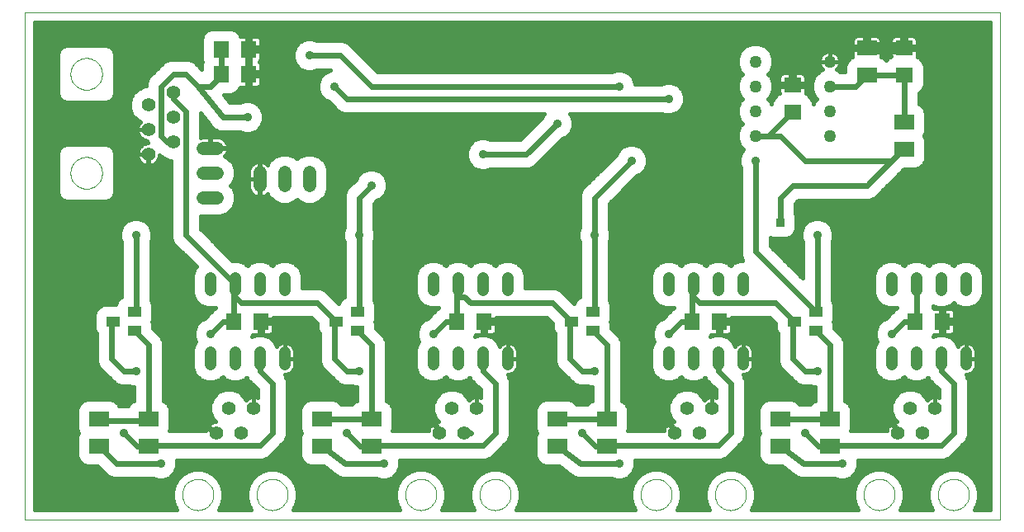
<source format=gbl>
G75*
G70*
%OFA0B0*%
%FSLAX24Y24*%
%IPPOS*%
%LPD*%
%AMOC8*
5,1,8,0,0,1.08239X$1,22.5*
%
%ADD10C,0.0000*%
%ADD11C,0.0480*%
%ADD12R,0.0787X0.0630*%
%ADD13R,0.0630X0.0709*%
%ADD14R,0.0709X0.0630*%
%ADD15R,0.0551X0.0394*%
%ADD16C,0.0551*%
%ADD17C,0.0560*%
%ADD18C,0.0500*%
%ADD19C,0.0540*%
%ADD20C,0.0240*%
%ADD21C,0.0500*%
%ADD22C,0.0160*%
%ADD23R,0.0356X0.0356*%
%ADD24C,0.0356*%
D10*
X000704Y003195D02*
X000704Y023691D01*
X040074Y023691D01*
X040074Y003195D01*
X000704Y003195D01*
X007074Y004195D02*
X007076Y004245D01*
X007082Y004295D01*
X007092Y004344D01*
X007106Y004392D01*
X007123Y004439D01*
X007144Y004484D01*
X007169Y004528D01*
X007197Y004569D01*
X007229Y004608D01*
X007263Y004645D01*
X007300Y004679D01*
X007340Y004709D01*
X007382Y004736D01*
X007426Y004760D01*
X007472Y004781D01*
X007519Y004797D01*
X007567Y004810D01*
X007617Y004819D01*
X007666Y004824D01*
X007717Y004825D01*
X007767Y004822D01*
X007816Y004815D01*
X007865Y004804D01*
X007913Y004789D01*
X007959Y004771D01*
X008004Y004749D01*
X008047Y004723D01*
X008088Y004694D01*
X008127Y004662D01*
X008163Y004627D01*
X008195Y004589D01*
X008225Y004549D01*
X008252Y004506D01*
X008275Y004462D01*
X008294Y004416D01*
X008310Y004368D01*
X008322Y004319D01*
X008330Y004270D01*
X008334Y004220D01*
X008334Y004170D01*
X008330Y004120D01*
X008322Y004071D01*
X008310Y004022D01*
X008294Y003974D01*
X008275Y003928D01*
X008252Y003884D01*
X008225Y003841D01*
X008195Y003801D01*
X008163Y003763D01*
X008127Y003728D01*
X008088Y003696D01*
X008047Y003667D01*
X008004Y003641D01*
X007959Y003619D01*
X007913Y003601D01*
X007865Y003586D01*
X007816Y003575D01*
X007767Y003568D01*
X007717Y003565D01*
X007666Y003566D01*
X007617Y003571D01*
X007567Y003580D01*
X007519Y003593D01*
X007472Y003609D01*
X007426Y003630D01*
X007382Y003654D01*
X007340Y003681D01*
X007300Y003711D01*
X007263Y003745D01*
X007229Y003782D01*
X007197Y003821D01*
X007169Y003862D01*
X007144Y003906D01*
X007123Y003951D01*
X007106Y003998D01*
X007092Y004046D01*
X007082Y004095D01*
X007076Y004145D01*
X007074Y004195D01*
X010074Y004195D02*
X010076Y004245D01*
X010082Y004295D01*
X010092Y004344D01*
X010106Y004392D01*
X010123Y004439D01*
X010144Y004484D01*
X010169Y004528D01*
X010197Y004569D01*
X010229Y004608D01*
X010263Y004645D01*
X010300Y004679D01*
X010340Y004709D01*
X010382Y004736D01*
X010426Y004760D01*
X010472Y004781D01*
X010519Y004797D01*
X010567Y004810D01*
X010617Y004819D01*
X010666Y004824D01*
X010717Y004825D01*
X010767Y004822D01*
X010816Y004815D01*
X010865Y004804D01*
X010913Y004789D01*
X010959Y004771D01*
X011004Y004749D01*
X011047Y004723D01*
X011088Y004694D01*
X011127Y004662D01*
X011163Y004627D01*
X011195Y004589D01*
X011225Y004549D01*
X011252Y004506D01*
X011275Y004462D01*
X011294Y004416D01*
X011310Y004368D01*
X011322Y004319D01*
X011330Y004270D01*
X011334Y004220D01*
X011334Y004170D01*
X011330Y004120D01*
X011322Y004071D01*
X011310Y004022D01*
X011294Y003974D01*
X011275Y003928D01*
X011252Y003884D01*
X011225Y003841D01*
X011195Y003801D01*
X011163Y003763D01*
X011127Y003728D01*
X011088Y003696D01*
X011047Y003667D01*
X011004Y003641D01*
X010959Y003619D01*
X010913Y003601D01*
X010865Y003586D01*
X010816Y003575D01*
X010767Y003568D01*
X010717Y003565D01*
X010666Y003566D01*
X010617Y003571D01*
X010567Y003580D01*
X010519Y003593D01*
X010472Y003609D01*
X010426Y003630D01*
X010382Y003654D01*
X010340Y003681D01*
X010300Y003711D01*
X010263Y003745D01*
X010229Y003782D01*
X010197Y003821D01*
X010169Y003862D01*
X010144Y003906D01*
X010123Y003951D01*
X010106Y003998D01*
X010092Y004046D01*
X010082Y004095D01*
X010076Y004145D01*
X010074Y004195D01*
X016074Y004195D02*
X016076Y004245D01*
X016082Y004295D01*
X016092Y004344D01*
X016106Y004392D01*
X016123Y004439D01*
X016144Y004484D01*
X016169Y004528D01*
X016197Y004569D01*
X016229Y004608D01*
X016263Y004645D01*
X016300Y004679D01*
X016340Y004709D01*
X016382Y004736D01*
X016426Y004760D01*
X016472Y004781D01*
X016519Y004797D01*
X016567Y004810D01*
X016617Y004819D01*
X016666Y004824D01*
X016717Y004825D01*
X016767Y004822D01*
X016816Y004815D01*
X016865Y004804D01*
X016913Y004789D01*
X016959Y004771D01*
X017004Y004749D01*
X017047Y004723D01*
X017088Y004694D01*
X017127Y004662D01*
X017163Y004627D01*
X017195Y004589D01*
X017225Y004549D01*
X017252Y004506D01*
X017275Y004462D01*
X017294Y004416D01*
X017310Y004368D01*
X017322Y004319D01*
X017330Y004270D01*
X017334Y004220D01*
X017334Y004170D01*
X017330Y004120D01*
X017322Y004071D01*
X017310Y004022D01*
X017294Y003974D01*
X017275Y003928D01*
X017252Y003884D01*
X017225Y003841D01*
X017195Y003801D01*
X017163Y003763D01*
X017127Y003728D01*
X017088Y003696D01*
X017047Y003667D01*
X017004Y003641D01*
X016959Y003619D01*
X016913Y003601D01*
X016865Y003586D01*
X016816Y003575D01*
X016767Y003568D01*
X016717Y003565D01*
X016666Y003566D01*
X016617Y003571D01*
X016567Y003580D01*
X016519Y003593D01*
X016472Y003609D01*
X016426Y003630D01*
X016382Y003654D01*
X016340Y003681D01*
X016300Y003711D01*
X016263Y003745D01*
X016229Y003782D01*
X016197Y003821D01*
X016169Y003862D01*
X016144Y003906D01*
X016123Y003951D01*
X016106Y003998D01*
X016092Y004046D01*
X016082Y004095D01*
X016076Y004145D01*
X016074Y004195D01*
X019074Y004195D02*
X019076Y004245D01*
X019082Y004295D01*
X019092Y004344D01*
X019106Y004392D01*
X019123Y004439D01*
X019144Y004484D01*
X019169Y004528D01*
X019197Y004569D01*
X019229Y004608D01*
X019263Y004645D01*
X019300Y004679D01*
X019340Y004709D01*
X019382Y004736D01*
X019426Y004760D01*
X019472Y004781D01*
X019519Y004797D01*
X019567Y004810D01*
X019617Y004819D01*
X019666Y004824D01*
X019717Y004825D01*
X019767Y004822D01*
X019816Y004815D01*
X019865Y004804D01*
X019913Y004789D01*
X019959Y004771D01*
X020004Y004749D01*
X020047Y004723D01*
X020088Y004694D01*
X020127Y004662D01*
X020163Y004627D01*
X020195Y004589D01*
X020225Y004549D01*
X020252Y004506D01*
X020275Y004462D01*
X020294Y004416D01*
X020310Y004368D01*
X020322Y004319D01*
X020330Y004270D01*
X020334Y004220D01*
X020334Y004170D01*
X020330Y004120D01*
X020322Y004071D01*
X020310Y004022D01*
X020294Y003974D01*
X020275Y003928D01*
X020252Y003884D01*
X020225Y003841D01*
X020195Y003801D01*
X020163Y003763D01*
X020127Y003728D01*
X020088Y003696D01*
X020047Y003667D01*
X020004Y003641D01*
X019959Y003619D01*
X019913Y003601D01*
X019865Y003586D01*
X019816Y003575D01*
X019767Y003568D01*
X019717Y003565D01*
X019666Y003566D01*
X019617Y003571D01*
X019567Y003580D01*
X019519Y003593D01*
X019472Y003609D01*
X019426Y003630D01*
X019382Y003654D01*
X019340Y003681D01*
X019300Y003711D01*
X019263Y003745D01*
X019229Y003782D01*
X019197Y003821D01*
X019169Y003862D01*
X019144Y003906D01*
X019123Y003951D01*
X019106Y003998D01*
X019092Y004046D01*
X019082Y004095D01*
X019076Y004145D01*
X019074Y004195D01*
X025574Y004195D02*
X025576Y004245D01*
X025582Y004295D01*
X025592Y004344D01*
X025606Y004392D01*
X025623Y004439D01*
X025644Y004484D01*
X025669Y004528D01*
X025697Y004569D01*
X025729Y004608D01*
X025763Y004645D01*
X025800Y004679D01*
X025840Y004709D01*
X025882Y004736D01*
X025926Y004760D01*
X025972Y004781D01*
X026019Y004797D01*
X026067Y004810D01*
X026117Y004819D01*
X026166Y004824D01*
X026217Y004825D01*
X026267Y004822D01*
X026316Y004815D01*
X026365Y004804D01*
X026413Y004789D01*
X026459Y004771D01*
X026504Y004749D01*
X026547Y004723D01*
X026588Y004694D01*
X026627Y004662D01*
X026663Y004627D01*
X026695Y004589D01*
X026725Y004549D01*
X026752Y004506D01*
X026775Y004462D01*
X026794Y004416D01*
X026810Y004368D01*
X026822Y004319D01*
X026830Y004270D01*
X026834Y004220D01*
X026834Y004170D01*
X026830Y004120D01*
X026822Y004071D01*
X026810Y004022D01*
X026794Y003974D01*
X026775Y003928D01*
X026752Y003884D01*
X026725Y003841D01*
X026695Y003801D01*
X026663Y003763D01*
X026627Y003728D01*
X026588Y003696D01*
X026547Y003667D01*
X026504Y003641D01*
X026459Y003619D01*
X026413Y003601D01*
X026365Y003586D01*
X026316Y003575D01*
X026267Y003568D01*
X026217Y003565D01*
X026166Y003566D01*
X026117Y003571D01*
X026067Y003580D01*
X026019Y003593D01*
X025972Y003609D01*
X025926Y003630D01*
X025882Y003654D01*
X025840Y003681D01*
X025800Y003711D01*
X025763Y003745D01*
X025729Y003782D01*
X025697Y003821D01*
X025669Y003862D01*
X025644Y003906D01*
X025623Y003951D01*
X025606Y003998D01*
X025592Y004046D01*
X025582Y004095D01*
X025576Y004145D01*
X025574Y004195D01*
X028574Y004195D02*
X028576Y004245D01*
X028582Y004295D01*
X028592Y004344D01*
X028606Y004392D01*
X028623Y004439D01*
X028644Y004484D01*
X028669Y004528D01*
X028697Y004569D01*
X028729Y004608D01*
X028763Y004645D01*
X028800Y004679D01*
X028840Y004709D01*
X028882Y004736D01*
X028926Y004760D01*
X028972Y004781D01*
X029019Y004797D01*
X029067Y004810D01*
X029117Y004819D01*
X029166Y004824D01*
X029217Y004825D01*
X029267Y004822D01*
X029316Y004815D01*
X029365Y004804D01*
X029413Y004789D01*
X029459Y004771D01*
X029504Y004749D01*
X029547Y004723D01*
X029588Y004694D01*
X029627Y004662D01*
X029663Y004627D01*
X029695Y004589D01*
X029725Y004549D01*
X029752Y004506D01*
X029775Y004462D01*
X029794Y004416D01*
X029810Y004368D01*
X029822Y004319D01*
X029830Y004270D01*
X029834Y004220D01*
X029834Y004170D01*
X029830Y004120D01*
X029822Y004071D01*
X029810Y004022D01*
X029794Y003974D01*
X029775Y003928D01*
X029752Y003884D01*
X029725Y003841D01*
X029695Y003801D01*
X029663Y003763D01*
X029627Y003728D01*
X029588Y003696D01*
X029547Y003667D01*
X029504Y003641D01*
X029459Y003619D01*
X029413Y003601D01*
X029365Y003586D01*
X029316Y003575D01*
X029267Y003568D01*
X029217Y003565D01*
X029166Y003566D01*
X029117Y003571D01*
X029067Y003580D01*
X029019Y003593D01*
X028972Y003609D01*
X028926Y003630D01*
X028882Y003654D01*
X028840Y003681D01*
X028800Y003711D01*
X028763Y003745D01*
X028729Y003782D01*
X028697Y003821D01*
X028669Y003862D01*
X028644Y003906D01*
X028623Y003951D01*
X028606Y003998D01*
X028592Y004046D01*
X028582Y004095D01*
X028576Y004145D01*
X028574Y004195D01*
X034574Y004195D02*
X034576Y004245D01*
X034582Y004295D01*
X034592Y004344D01*
X034606Y004392D01*
X034623Y004439D01*
X034644Y004484D01*
X034669Y004528D01*
X034697Y004569D01*
X034729Y004608D01*
X034763Y004645D01*
X034800Y004679D01*
X034840Y004709D01*
X034882Y004736D01*
X034926Y004760D01*
X034972Y004781D01*
X035019Y004797D01*
X035067Y004810D01*
X035117Y004819D01*
X035166Y004824D01*
X035217Y004825D01*
X035267Y004822D01*
X035316Y004815D01*
X035365Y004804D01*
X035413Y004789D01*
X035459Y004771D01*
X035504Y004749D01*
X035547Y004723D01*
X035588Y004694D01*
X035627Y004662D01*
X035663Y004627D01*
X035695Y004589D01*
X035725Y004549D01*
X035752Y004506D01*
X035775Y004462D01*
X035794Y004416D01*
X035810Y004368D01*
X035822Y004319D01*
X035830Y004270D01*
X035834Y004220D01*
X035834Y004170D01*
X035830Y004120D01*
X035822Y004071D01*
X035810Y004022D01*
X035794Y003974D01*
X035775Y003928D01*
X035752Y003884D01*
X035725Y003841D01*
X035695Y003801D01*
X035663Y003763D01*
X035627Y003728D01*
X035588Y003696D01*
X035547Y003667D01*
X035504Y003641D01*
X035459Y003619D01*
X035413Y003601D01*
X035365Y003586D01*
X035316Y003575D01*
X035267Y003568D01*
X035217Y003565D01*
X035166Y003566D01*
X035117Y003571D01*
X035067Y003580D01*
X035019Y003593D01*
X034972Y003609D01*
X034926Y003630D01*
X034882Y003654D01*
X034840Y003681D01*
X034800Y003711D01*
X034763Y003745D01*
X034729Y003782D01*
X034697Y003821D01*
X034669Y003862D01*
X034644Y003906D01*
X034623Y003951D01*
X034606Y003998D01*
X034592Y004046D01*
X034582Y004095D01*
X034576Y004145D01*
X034574Y004195D01*
X037574Y004195D02*
X037576Y004245D01*
X037582Y004295D01*
X037592Y004344D01*
X037606Y004392D01*
X037623Y004439D01*
X037644Y004484D01*
X037669Y004528D01*
X037697Y004569D01*
X037729Y004608D01*
X037763Y004645D01*
X037800Y004679D01*
X037840Y004709D01*
X037882Y004736D01*
X037926Y004760D01*
X037972Y004781D01*
X038019Y004797D01*
X038067Y004810D01*
X038117Y004819D01*
X038166Y004824D01*
X038217Y004825D01*
X038267Y004822D01*
X038316Y004815D01*
X038365Y004804D01*
X038413Y004789D01*
X038459Y004771D01*
X038504Y004749D01*
X038547Y004723D01*
X038588Y004694D01*
X038627Y004662D01*
X038663Y004627D01*
X038695Y004589D01*
X038725Y004549D01*
X038752Y004506D01*
X038775Y004462D01*
X038794Y004416D01*
X038810Y004368D01*
X038822Y004319D01*
X038830Y004270D01*
X038834Y004220D01*
X038834Y004170D01*
X038830Y004120D01*
X038822Y004071D01*
X038810Y004022D01*
X038794Y003974D01*
X038775Y003928D01*
X038752Y003884D01*
X038725Y003841D01*
X038695Y003801D01*
X038663Y003763D01*
X038627Y003728D01*
X038588Y003696D01*
X038547Y003667D01*
X038504Y003641D01*
X038459Y003619D01*
X038413Y003601D01*
X038365Y003586D01*
X038316Y003575D01*
X038267Y003568D01*
X038217Y003565D01*
X038166Y003566D01*
X038117Y003571D01*
X038067Y003580D01*
X038019Y003593D01*
X037972Y003609D01*
X037926Y003630D01*
X037882Y003654D01*
X037840Y003681D01*
X037800Y003711D01*
X037763Y003745D01*
X037729Y003782D01*
X037697Y003821D01*
X037669Y003862D01*
X037644Y003906D01*
X037623Y003951D01*
X037606Y003998D01*
X037592Y004046D01*
X037582Y004095D01*
X037576Y004145D01*
X037574Y004195D01*
X002564Y017195D02*
X002566Y017245D01*
X002572Y017295D01*
X002582Y017344D01*
X002595Y017393D01*
X002613Y017440D01*
X002634Y017486D01*
X002658Y017529D01*
X002686Y017571D01*
X002717Y017611D01*
X002751Y017648D01*
X002788Y017682D01*
X002828Y017713D01*
X002870Y017741D01*
X002913Y017765D01*
X002959Y017786D01*
X003006Y017804D01*
X003055Y017817D01*
X003104Y017827D01*
X003154Y017833D01*
X003204Y017835D01*
X003254Y017833D01*
X003304Y017827D01*
X003353Y017817D01*
X003402Y017804D01*
X003449Y017786D01*
X003495Y017765D01*
X003538Y017741D01*
X003580Y017713D01*
X003620Y017682D01*
X003657Y017648D01*
X003691Y017611D01*
X003722Y017571D01*
X003750Y017529D01*
X003774Y017486D01*
X003795Y017440D01*
X003813Y017393D01*
X003826Y017344D01*
X003836Y017295D01*
X003842Y017245D01*
X003844Y017195D01*
X003842Y017145D01*
X003836Y017095D01*
X003826Y017046D01*
X003813Y016997D01*
X003795Y016950D01*
X003774Y016904D01*
X003750Y016861D01*
X003722Y016819D01*
X003691Y016779D01*
X003657Y016742D01*
X003620Y016708D01*
X003580Y016677D01*
X003538Y016649D01*
X003495Y016625D01*
X003449Y016604D01*
X003402Y016586D01*
X003353Y016573D01*
X003304Y016563D01*
X003254Y016557D01*
X003204Y016555D01*
X003154Y016557D01*
X003104Y016563D01*
X003055Y016573D01*
X003006Y016586D01*
X002959Y016604D01*
X002913Y016625D01*
X002870Y016649D01*
X002828Y016677D01*
X002788Y016708D01*
X002751Y016742D01*
X002717Y016779D01*
X002686Y016819D01*
X002658Y016861D01*
X002634Y016904D01*
X002613Y016950D01*
X002595Y016997D01*
X002582Y017046D01*
X002572Y017095D01*
X002566Y017145D01*
X002564Y017195D01*
X002564Y021195D02*
X002566Y021245D01*
X002572Y021295D01*
X002582Y021344D01*
X002595Y021393D01*
X002613Y021440D01*
X002634Y021486D01*
X002658Y021529D01*
X002686Y021571D01*
X002717Y021611D01*
X002751Y021648D01*
X002788Y021682D01*
X002828Y021713D01*
X002870Y021741D01*
X002913Y021765D01*
X002959Y021786D01*
X003006Y021804D01*
X003055Y021817D01*
X003104Y021827D01*
X003154Y021833D01*
X003204Y021835D01*
X003254Y021833D01*
X003304Y021827D01*
X003353Y021817D01*
X003402Y021804D01*
X003449Y021786D01*
X003495Y021765D01*
X003538Y021741D01*
X003580Y021713D01*
X003620Y021682D01*
X003657Y021648D01*
X003691Y021611D01*
X003722Y021571D01*
X003750Y021529D01*
X003774Y021486D01*
X003795Y021440D01*
X003813Y021393D01*
X003826Y021344D01*
X003836Y021295D01*
X003842Y021245D01*
X003844Y021195D01*
X003842Y021145D01*
X003836Y021095D01*
X003826Y021046D01*
X003813Y020997D01*
X003795Y020950D01*
X003774Y020904D01*
X003750Y020861D01*
X003722Y020819D01*
X003691Y020779D01*
X003657Y020742D01*
X003620Y020708D01*
X003580Y020677D01*
X003538Y020649D01*
X003495Y020625D01*
X003449Y020604D01*
X003402Y020586D01*
X003353Y020573D01*
X003304Y020563D01*
X003254Y020557D01*
X003204Y020555D01*
X003154Y020557D01*
X003104Y020563D01*
X003055Y020573D01*
X003006Y020586D01*
X002959Y020604D01*
X002913Y020625D01*
X002870Y020649D01*
X002828Y020677D01*
X002788Y020708D01*
X002751Y020742D01*
X002717Y020779D01*
X002686Y020819D01*
X002658Y020861D01*
X002634Y020904D01*
X002613Y020950D01*
X002595Y020997D01*
X002582Y021046D01*
X002572Y021095D01*
X002566Y021145D01*
X002564Y021195D01*
D11*
X008204Y012935D02*
X008204Y012455D01*
X009204Y012455D02*
X009204Y012935D01*
X010204Y012935D02*
X010204Y012455D01*
X011204Y012455D02*
X011204Y012935D01*
X011204Y009935D02*
X011204Y009455D01*
X010204Y009455D02*
X010204Y009935D01*
X009204Y009935D02*
X009204Y009455D01*
X008204Y009455D02*
X008204Y009935D01*
X017204Y009935D02*
X017204Y009455D01*
X018204Y009455D02*
X018204Y009935D01*
X019204Y009935D02*
X019204Y009455D01*
X020204Y009455D02*
X020204Y009935D01*
X020204Y012455D02*
X020204Y012935D01*
X019204Y012935D02*
X019204Y012455D01*
X018204Y012455D02*
X018204Y012935D01*
X017204Y012935D02*
X017204Y012455D01*
X026704Y012455D02*
X026704Y012935D01*
X027704Y012935D02*
X027704Y012455D01*
X028704Y012455D02*
X028704Y012935D01*
X029704Y012935D02*
X029704Y012455D01*
X029704Y009935D02*
X029704Y009455D01*
X028704Y009455D02*
X028704Y009935D01*
X027704Y009935D02*
X027704Y009455D01*
X026704Y009455D02*
X026704Y009935D01*
X035704Y009935D02*
X035704Y009455D01*
X036704Y009455D02*
X036704Y009935D01*
X037704Y009935D02*
X037704Y009455D01*
X038704Y009455D02*
X038704Y009935D01*
X038704Y012455D02*
X038704Y012935D01*
X037704Y012935D02*
X037704Y012455D01*
X036704Y012455D02*
X036704Y012935D01*
X035704Y012935D02*
X035704Y012455D01*
D12*
X033204Y007246D03*
X033204Y006144D03*
X031204Y006144D03*
X031204Y007246D03*
X024204Y007246D03*
X024204Y006144D03*
X022204Y006144D03*
X022204Y007246D03*
X014704Y007246D03*
X014704Y006144D03*
X012704Y006144D03*
X012704Y007246D03*
X005704Y007246D03*
X005704Y006144D03*
X003704Y006144D03*
X003704Y007246D03*
X034704Y021144D03*
X034704Y022246D03*
X036204Y019246D03*
X036204Y018144D03*
D13*
X036653Y011195D03*
X037755Y011195D03*
X028755Y011195D03*
X027653Y011195D03*
X019255Y011195D03*
X018153Y011195D03*
X010255Y011195D03*
X009153Y011195D03*
X008653Y021195D03*
X009755Y021195D03*
X009755Y022195D03*
X008653Y022195D03*
D14*
X031704Y020746D03*
X031704Y019644D03*
X036204Y021144D03*
X036204Y022246D03*
D15*
X032637Y011569D03*
X031771Y011195D03*
X032637Y010821D03*
X023637Y010821D03*
X022771Y011195D03*
X023637Y011569D03*
X014137Y011569D03*
X014137Y010821D03*
X013271Y011195D03*
X005137Y010821D03*
X004271Y011195D03*
X005137Y011569D03*
D16*
X005704Y017945D03*
X006704Y018445D03*
X005704Y018945D03*
X006704Y019445D03*
X005704Y019945D03*
X006704Y020445D03*
D17*
X008954Y007695D03*
X009954Y007695D03*
X009454Y006695D03*
X008454Y006695D03*
X017454Y006695D03*
X018454Y006695D03*
X018954Y007695D03*
X017954Y007695D03*
X026954Y006695D03*
X027954Y006695D03*
X028454Y007695D03*
X027454Y007695D03*
X035954Y006695D03*
X036954Y006695D03*
X037454Y007695D03*
X036454Y007695D03*
D18*
X033204Y018695D03*
X033204Y019695D03*
X033204Y020695D03*
X033204Y021695D03*
X030204Y021695D03*
X030204Y020695D03*
X030204Y019695D03*
X030204Y018695D03*
D19*
X012204Y017215D02*
X012204Y016675D01*
X011204Y016675D02*
X011204Y017215D01*
X010204Y017215D02*
X010204Y016675D01*
X008474Y016195D02*
X007934Y016195D01*
X007934Y017195D02*
X008474Y017195D01*
X008474Y018195D02*
X007934Y018195D01*
D20*
X006704Y018445D02*
X006454Y018445D01*
X006204Y018695D01*
X006204Y020695D01*
X006704Y021195D01*
X007204Y021195D01*
X007704Y020695D01*
X008204Y020695D01*
X008653Y021144D01*
X008653Y022195D01*
X008653Y021195D01*
X007704Y020695D02*
X008704Y019445D01*
X009704Y019445D01*
X007204Y019695D02*
X007204Y014695D01*
X009204Y012695D01*
X009153Y012644D01*
X009153Y012246D01*
X009454Y011945D01*
X012521Y011945D01*
X013271Y011195D01*
X013204Y011128D01*
X013204Y009695D01*
X013704Y009195D01*
X014204Y009195D01*
X014704Y010254D02*
X014704Y007246D01*
X012704Y007246D01*
X013704Y006695D02*
X014255Y006144D01*
X014704Y006144D01*
X014755Y006195D01*
X019204Y006195D01*
X019704Y006695D01*
X019704Y008695D01*
X019204Y009195D01*
X019204Y009695D01*
X017704Y011195D02*
X017204Y010695D01*
X017704Y011195D02*
X018153Y011195D01*
X018153Y012195D01*
X018454Y012195D01*
X018704Y011945D01*
X022021Y011945D01*
X022771Y011195D01*
X022704Y011128D01*
X022704Y009695D01*
X023204Y009195D01*
X023704Y009195D01*
X024204Y010254D02*
X024204Y007246D01*
X022204Y007246D01*
X023204Y006695D02*
X023755Y006144D01*
X024204Y006144D01*
X024255Y006195D01*
X028704Y006195D01*
X029204Y006695D01*
X029204Y008695D01*
X028704Y009195D01*
X028704Y009695D01*
X027204Y011195D02*
X026704Y010695D01*
X027204Y011195D02*
X027653Y011195D01*
X027653Y012195D01*
X027704Y012195D01*
X027954Y011945D01*
X031021Y011945D01*
X031771Y011195D01*
X031704Y011128D01*
X031704Y009695D01*
X032204Y009195D01*
X032704Y009195D01*
X033204Y010254D02*
X032637Y010821D01*
X031771Y011195D02*
X031704Y011195D01*
X032637Y011569D02*
X030204Y014002D01*
X030204Y017695D01*
X030204Y018695D02*
X030704Y018695D01*
X031704Y019695D01*
X031704Y019644D01*
X031204Y018695D02*
X030704Y018695D01*
X031204Y018695D02*
X032204Y017695D01*
X035704Y017695D01*
X036204Y018195D01*
X036204Y018144D02*
X036153Y018144D01*
X034704Y016695D01*
X031704Y016695D01*
X031204Y016195D01*
X031204Y015195D01*
X032704Y014695D02*
X032704Y011636D01*
X032637Y011569D01*
X033204Y010254D02*
X033204Y007246D01*
X031204Y007246D01*
X032204Y006695D02*
X032755Y006144D01*
X033204Y006144D01*
X033255Y006195D01*
X037704Y006195D01*
X038204Y006695D01*
X038204Y008695D01*
X037704Y009195D01*
X037704Y009695D01*
X036204Y011195D02*
X035704Y010695D01*
X036204Y011195D02*
X036653Y011195D01*
X036704Y011195D02*
X036704Y012695D01*
X035704Y014195D02*
X035204Y014195D01*
X027704Y012695D02*
X027653Y012644D01*
X027653Y012195D01*
X026704Y014195D02*
X026204Y014195D01*
X023704Y014695D02*
X023704Y016195D01*
X025204Y017695D01*
X022204Y019195D02*
X020954Y017945D01*
X019204Y017945D01*
X014704Y016695D02*
X014204Y016195D01*
X014204Y014695D01*
X014204Y011636D01*
X014137Y011569D01*
X014137Y010821D02*
X014704Y010254D01*
X018153Y012195D02*
X018153Y012644D01*
X018204Y012695D01*
X017204Y014195D02*
X016704Y014195D01*
X023704Y014695D02*
X023704Y011636D01*
X023637Y011569D01*
X023637Y010821D02*
X024204Y010254D01*
X026704Y007195D02*
X026954Y006695D01*
X024704Y005445D02*
X023153Y005445D01*
X022204Y006144D01*
X018704Y006695D02*
X018454Y006695D01*
X017454Y006695D02*
X017204Y007195D01*
X015204Y005445D02*
X013653Y005445D01*
X012704Y006144D01*
X010704Y006695D02*
X010704Y008695D01*
X010204Y009195D01*
X010204Y009695D01*
X008704Y011195D02*
X008204Y010695D01*
X008704Y011195D02*
X009153Y011195D01*
X009204Y011195D01*
X009153Y011195D02*
X009153Y012246D01*
X006704Y013195D02*
X006204Y012695D01*
X005204Y011636D02*
X005137Y011569D01*
X005204Y011636D02*
X005204Y014695D01*
X004271Y011195D02*
X004204Y011128D01*
X004204Y009695D01*
X004704Y009195D01*
X005204Y009195D01*
X005704Y010254D02*
X005704Y007246D01*
X005653Y007195D01*
X003704Y007195D01*
X004704Y006695D02*
X005255Y006144D01*
X005704Y006144D01*
X005755Y006195D01*
X010204Y006195D01*
X010704Y006695D01*
X008454Y006695D02*
X007704Y007195D01*
X006204Y005445D02*
X004403Y005445D01*
X003704Y006144D01*
X005704Y010254D02*
X005137Y010821D01*
X007204Y019695D02*
X006704Y020195D01*
X006704Y020445D01*
X005704Y019945D02*
X005653Y019996D01*
X010704Y022195D02*
X011204Y022195D01*
X012204Y021945D02*
X013454Y021945D01*
X014704Y020695D01*
X024704Y020695D01*
X026704Y020195D02*
X013704Y020195D01*
X013204Y020695D01*
X029704Y022695D02*
X030204Y022695D01*
X033204Y020695D02*
X034255Y020695D01*
X034704Y021144D01*
X036204Y021144D01*
X036204Y019246D01*
X036204Y019195D01*
X035704Y007195D02*
X035954Y006695D01*
X033704Y005445D02*
X032153Y005445D01*
X031204Y006144D01*
D21*
X034704Y022246D02*
X036204Y022246D01*
D22*
X036281Y022215D02*
X039674Y022215D01*
X039674Y022057D02*
X036738Y022057D01*
X036738Y022169D02*
X036281Y022169D01*
X036281Y022324D01*
X036126Y022324D01*
X036126Y022169D01*
X035669Y022169D01*
X035669Y021908D01*
X035670Y021904D01*
X035578Y021866D01*
X035473Y021762D01*
X035369Y021866D01*
X035277Y021904D01*
X035277Y021908D01*
X035277Y022169D01*
X034781Y022169D01*
X034781Y022324D01*
X034626Y022324D01*
X034626Y022169D01*
X034130Y022169D01*
X034130Y021908D01*
X034131Y021904D01*
X034038Y021866D01*
X033903Y021731D01*
X033830Y021554D01*
X033830Y021295D01*
X033636Y021295D01*
X033617Y021314D01*
X033485Y021369D01*
X033532Y021415D01*
X033572Y021470D01*
X033602Y021530D01*
X033623Y021594D01*
X033634Y021661D01*
X033634Y021695D01*
X033204Y021695D01*
X033204Y021695D01*
X033634Y021695D01*
X033634Y021729D01*
X033623Y021796D01*
X033602Y021860D01*
X033572Y021920D01*
X033532Y021975D01*
X033484Y022023D01*
X033429Y022063D01*
X033369Y022094D01*
X033304Y022115D01*
X033238Y022125D01*
X033204Y022125D01*
X033204Y021695D01*
X033204Y021695D01*
X032774Y021695D01*
X032774Y021661D01*
X032784Y021594D01*
X032805Y021530D01*
X032836Y021470D01*
X032876Y021415D01*
X032922Y021369D01*
X032790Y021314D01*
X032585Y021109D01*
X032474Y020840D01*
X032474Y020550D01*
X032585Y020282D01*
X032671Y020195D01*
X032585Y020109D01*
X032538Y019996D01*
X032538Y019996D01*
X032538Y020054D01*
X032465Y020231D01*
X032330Y020366D01*
X032237Y020404D01*
X032238Y020408D01*
X032238Y020669D01*
X031781Y020669D01*
X031781Y020824D01*
X031626Y020824D01*
X031626Y020669D01*
X031169Y020669D01*
X031169Y020408D01*
X031170Y020404D01*
X031078Y020366D01*
X030943Y020231D01*
X030869Y020054D01*
X030869Y019996D01*
X030869Y019996D01*
X030823Y020109D01*
X030736Y020195D01*
X030823Y020282D01*
X030934Y020550D01*
X030934Y020840D01*
X030823Y021109D01*
X030736Y021195D01*
X030823Y021282D01*
X030934Y021550D01*
X030934Y021840D01*
X030823Y022109D01*
X030617Y022314D01*
X030349Y022425D01*
X030059Y022425D01*
X029790Y022314D01*
X029585Y022109D01*
X029474Y021840D01*
X029474Y021550D01*
X029585Y021282D01*
X029671Y021195D01*
X029585Y021109D01*
X029474Y020840D01*
X029474Y020550D01*
X029585Y020282D01*
X029671Y020195D01*
X029585Y020109D01*
X029474Y019840D01*
X029474Y019550D01*
X029585Y019282D01*
X029671Y019195D01*
X029585Y019109D01*
X029474Y018840D01*
X029474Y018550D01*
X029585Y018282D01*
X029722Y018144D01*
X029646Y018068D01*
X029546Y017826D01*
X029546Y017564D01*
X029604Y017424D01*
X029604Y013883D01*
X029695Y013662D01*
X029702Y013655D01*
X029561Y013655D01*
X029296Y013546D01*
X029204Y013453D01*
X029112Y013546D01*
X028847Y013655D01*
X028561Y013655D01*
X028296Y013546D01*
X028204Y013453D01*
X028112Y013546D01*
X027847Y013655D01*
X027561Y013655D01*
X027296Y013546D01*
X027204Y013453D01*
X027112Y013546D01*
X026847Y013655D01*
X026561Y013655D01*
X026296Y013546D01*
X026093Y013343D01*
X025984Y013078D01*
X025984Y012312D01*
X026093Y012047D01*
X026296Y011845D01*
X026561Y011735D01*
X026847Y011735D01*
X026905Y011759D01*
X026886Y011713D01*
X026864Y011704D01*
X026695Y011535D01*
X026471Y011311D01*
X026331Y011253D01*
X026146Y011068D01*
X026046Y010826D01*
X026046Y010564D01*
X026124Y010374D01*
X026093Y010343D01*
X025984Y010078D01*
X025984Y009312D01*
X026093Y009047D01*
X026296Y008845D01*
X026561Y008735D01*
X026847Y008735D01*
X027112Y008845D01*
X027204Y008937D01*
X027296Y008845D01*
X027561Y008735D01*
X027847Y008735D01*
X028112Y008845D01*
X028174Y008907D01*
X028195Y008855D01*
X028364Y008686D01*
X028604Y008447D01*
X028604Y008130D01*
X028561Y008144D01*
X028490Y008155D01*
X028462Y008155D01*
X028462Y007704D01*
X028445Y007704D01*
X028445Y008155D01*
X028418Y008155D01*
X028346Y008144D01*
X028277Y008121D01*
X028213Y008089D01*
X028154Y008046D01*
X028138Y008030D01*
X028098Y008126D01*
X027884Y008339D01*
X027605Y008455D01*
X027303Y008455D01*
X027023Y008339D01*
X026809Y008126D01*
X026694Y007846D01*
X026694Y007544D01*
X026809Y007265D01*
X026919Y007155D01*
X026918Y007155D01*
X026846Y007144D01*
X026777Y007121D01*
X026713Y007089D01*
X026654Y007046D01*
X026603Y006995D01*
X026560Y006936D01*
X026527Y006872D01*
X026505Y006803D01*
X026504Y006795D01*
X025061Y006795D01*
X025077Y006836D01*
X025077Y007657D01*
X025004Y007833D01*
X024869Y007968D01*
X024804Y007995D01*
X024804Y010374D01*
X024712Y010594D01*
X024544Y010763D01*
X024392Y010914D01*
X024392Y011113D01*
X024359Y011195D01*
X024392Y011277D01*
X024392Y011861D01*
X024319Y012038D01*
X024304Y012053D01*
X024304Y014424D01*
X024362Y014564D01*
X024362Y014826D01*
X024304Y014966D01*
X024304Y015947D01*
X025436Y017079D01*
X025577Y017137D01*
X025762Y017322D01*
X025862Y017564D01*
X025862Y017826D01*
X025762Y018068D01*
X025577Y018253D01*
X029614Y018253D01*
X029672Y018094D02*
X025735Y018094D01*
X025816Y017936D02*
X029591Y017936D01*
X029546Y017777D02*
X025862Y017777D01*
X025862Y017619D02*
X029546Y017619D01*
X029589Y017460D02*
X025819Y017460D01*
X025741Y017302D02*
X029604Y017302D01*
X029604Y017143D02*
X025583Y017143D01*
X025342Y016985D02*
X029604Y016985D01*
X029604Y016826D02*
X025183Y016826D01*
X025025Y016668D02*
X029604Y016668D01*
X029604Y016509D02*
X024866Y016509D01*
X024708Y016351D02*
X029604Y016351D01*
X029604Y016192D02*
X024549Y016192D01*
X024391Y016034D02*
X029604Y016034D01*
X029604Y015875D02*
X024304Y015875D01*
X024304Y015717D02*
X029604Y015717D01*
X029604Y015558D02*
X024304Y015558D01*
X024304Y015400D02*
X029604Y015400D01*
X029604Y015241D02*
X024304Y015241D01*
X024304Y015083D02*
X029604Y015083D01*
X029604Y014924D02*
X024321Y014924D01*
X024362Y014766D02*
X029604Y014766D01*
X029604Y014607D02*
X024362Y014607D01*
X024314Y014449D02*
X029604Y014449D01*
X029604Y014290D02*
X024304Y014290D01*
X024304Y014132D02*
X029604Y014132D01*
X029604Y013973D02*
X024304Y013973D01*
X024304Y013815D02*
X029632Y013815D01*
X029701Y013656D02*
X024304Y013656D01*
X024304Y013498D02*
X026248Y013498D01*
X026092Y013339D02*
X024304Y013339D01*
X024304Y013181D02*
X026026Y013181D01*
X025984Y013022D02*
X024304Y013022D01*
X024304Y012864D02*
X025984Y012864D01*
X025984Y012705D02*
X024304Y012705D01*
X024304Y012547D02*
X025984Y012547D01*
X025984Y012388D02*
X024304Y012388D01*
X024304Y012230D02*
X026018Y012230D01*
X026084Y012071D02*
X024304Y012071D01*
X024371Y011913D02*
X026228Y011913D01*
X026515Y011754D02*
X024392Y011754D01*
X024392Y011596D02*
X026756Y011596D01*
X026893Y011754D02*
X026903Y011754D01*
X026597Y011437D02*
X024392Y011437D01*
X024392Y011279D02*
X026393Y011279D01*
X026198Y011120D02*
X024390Y011120D01*
X024392Y010962D02*
X026102Y010962D01*
X026046Y010803D02*
X024503Y010803D01*
X024662Y010645D02*
X026046Y010645D01*
X026078Y010486D02*
X024757Y010486D01*
X024804Y010328D02*
X026087Y010328D01*
X026021Y010169D02*
X024804Y010169D01*
X024804Y010011D02*
X025984Y010011D01*
X025984Y009852D02*
X024804Y009852D01*
X024804Y009694D02*
X025984Y009694D01*
X025984Y009535D02*
X024804Y009535D01*
X024804Y009377D02*
X025984Y009377D01*
X026023Y009218D02*
X024804Y009218D01*
X024804Y009060D02*
X026088Y009060D01*
X026240Y008901D02*
X024804Y008901D01*
X024804Y008743D02*
X026542Y008743D01*
X026865Y008743D02*
X027542Y008743D01*
X027865Y008743D02*
X028308Y008743D01*
X028176Y008901D02*
X028168Y008901D01*
X028466Y008584D02*
X024804Y008584D01*
X024804Y008426D02*
X027231Y008426D01*
X026951Y008267D02*
X024804Y008267D01*
X024804Y008109D02*
X026802Y008109D01*
X026737Y007950D02*
X024887Y007950D01*
X025022Y007792D02*
X026694Y007792D01*
X026694Y007633D02*
X025077Y007633D01*
X025077Y007475D02*
X026722Y007475D01*
X026788Y007316D02*
X025077Y007316D01*
X025077Y007158D02*
X026916Y007158D01*
X026607Y006999D02*
X025077Y006999D01*
X025077Y006841D02*
X026517Y006841D01*
X025354Y005595D02*
X028823Y005595D01*
X029044Y005686D01*
X029544Y006186D01*
X029712Y006355D01*
X029804Y006576D01*
X029804Y008814D01*
X029712Y009035D01*
X029737Y009035D01*
X029802Y009045D01*
X029865Y009066D01*
X029924Y009096D01*
X029977Y009135D01*
X030024Y009182D01*
X030063Y009235D01*
X030093Y009294D01*
X030113Y009357D01*
X030124Y009422D01*
X030124Y009695D01*
X029704Y009695D01*
X029704Y009695D01*
X030124Y009695D01*
X030124Y009968D01*
X030113Y010033D01*
X030093Y010096D01*
X030063Y010155D01*
X030024Y010209D01*
X029977Y010255D01*
X029924Y010294D01*
X029865Y010324D01*
X029802Y010345D01*
X029737Y010355D01*
X029704Y010355D01*
X029704Y009695D01*
X029704Y009695D01*
X029704Y010355D01*
X029671Y010355D01*
X029605Y010345D01*
X029543Y010324D01*
X029484Y010294D01*
X029430Y010255D01*
X029383Y010209D01*
X029375Y010197D01*
X029314Y010343D01*
X029112Y010546D01*
X028847Y010655D01*
X028561Y010655D01*
X028379Y010580D01*
X028413Y010662D01*
X028416Y010661D01*
X028677Y010661D01*
X028677Y011118D01*
X028832Y011118D01*
X028832Y010661D01*
X029094Y010661D01*
X029139Y010673D01*
X029180Y010697D01*
X029214Y010730D01*
X029238Y010771D01*
X029250Y010817D01*
X029250Y011118D01*
X028832Y011118D01*
X028832Y011273D01*
X029250Y011273D01*
X029250Y011345D01*
X030772Y011345D01*
X031015Y011102D01*
X031015Y010903D01*
X031088Y010726D01*
X031104Y010711D01*
X031104Y009576D01*
X031195Y009355D01*
X031695Y008855D01*
X031864Y008686D01*
X032084Y008595D01*
X032433Y008595D01*
X032573Y008537D01*
X032604Y008537D01*
X032604Y007995D01*
X032538Y007968D01*
X032416Y007846D01*
X031991Y007846D01*
X031869Y007968D01*
X031693Y008041D01*
X030715Y008041D01*
X030538Y007968D01*
X030403Y007833D01*
X030330Y007657D01*
X030330Y006836D01*
X030388Y006695D01*
X030330Y006554D01*
X030330Y005733D01*
X030403Y005557D01*
X030538Y005422D01*
X030715Y005349D01*
X031271Y005349D01*
X031760Y004989D01*
X031813Y004936D01*
X031856Y004919D01*
X031893Y004891D01*
X031965Y004873D01*
X032033Y004845D01*
X032080Y004845D01*
X032125Y004834D01*
X032198Y004845D01*
X033433Y004845D01*
X033573Y004787D01*
X033835Y004787D01*
X034077Y004887D01*
X034262Y005072D01*
X034362Y005314D01*
X034362Y005576D01*
X034354Y005595D01*
X037823Y005595D01*
X038044Y005686D01*
X038544Y006186D01*
X038712Y006355D01*
X038804Y006576D01*
X038804Y008814D01*
X038712Y009035D01*
X038737Y009035D01*
X038802Y009045D01*
X038865Y009066D01*
X038924Y009096D01*
X038977Y009135D01*
X039024Y009182D01*
X039063Y009235D01*
X039093Y009294D01*
X039113Y009357D01*
X039124Y009422D01*
X039124Y009695D01*
X038704Y009695D01*
X038704Y009695D01*
X039124Y009695D01*
X039124Y009968D01*
X039113Y010033D01*
X039093Y010096D01*
X039063Y010155D01*
X039024Y010209D01*
X038977Y010255D01*
X038924Y010294D01*
X038865Y010324D01*
X038802Y010345D01*
X038737Y010355D01*
X038704Y010355D01*
X038704Y009695D01*
X038704Y009695D01*
X038704Y010355D01*
X038671Y010355D01*
X038605Y010345D01*
X038543Y010324D01*
X038484Y010294D01*
X038430Y010255D01*
X038383Y010209D01*
X038375Y010197D01*
X038314Y010343D01*
X038112Y010546D01*
X037847Y010655D01*
X037561Y010655D01*
X037379Y010580D01*
X037413Y010662D01*
X037416Y010661D01*
X037677Y010661D01*
X037677Y011118D01*
X037832Y011118D01*
X037832Y010661D01*
X038094Y010661D01*
X038139Y010673D01*
X038180Y010697D01*
X038214Y010730D01*
X038238Y010771D01*
X038250Y010817D01*
X038250Y011118D01*
X037832Y011118D01*
X037832Y011273D01*
X037677Y011273D01*
X037677Y011729D01*
X037416Y011729D01*
X037413Y011729D01*
X037379Y011810D01*
X037561Y011735D01*
X037847Y011735D01*
X038112Y011845D01*
X038204Y011937D01*
X038296Y011845D01*
X038561Y011735D01*
X038847Y011735D01*
X039112Y011845D01*
X039314Y012047D01*
X039424Y012312D01*
X039424Y013078D01*
X039314Y013343D01*
X039112Y013546D01*
X038847Y013655D01*
X038561Y013655D01*
X038296Y013546D01*
X038204Y013453D01*
X038112Y013546D01*
X037847Y013655D01*
X037561Y013655D01*
X037296Y013546D01*
X037204Y013453D01*
X037112Y013546D01*
X036847Y013655D01*
X036561Y013655D01*
X036296Y013546D01*
X036204Y013453D01*
X036112Y013546D01*
X035847Y013655D01*
X035561Y013655D01*
X035296Y013546D01*
X035093Y013343D01*
X034984Y013078D01*
X034984Y012312D01*
X035093Y012047D01*
X035296Y011845D01*
X035561Y011735D01*
X035847Y011735D01*
X035905Y011759D01*
X035886Y011713D01*
X035864Y011704D01*
X035695Y011535D01*
X035471Y011311D01*
X035331Y011253D01*
X035146Y011068D01*
X035046Y010826D01*
X035046Y010564D01*
X035124Y010374D01*
X035093Y010343D01*
X034984Y010078D01*
X034984Y009312D01*
X035093Y009047D01*
X035296Y008845D01*
X035561Y008735D01*
X035847Y008735D01*
X036112Y008845D01*
X036204Y008937D01*
X036296Y008845D01*
X036561Y008735D01*
X036847Y008735D01*
X037112Y008845D01*
X037174Y008907D01*
X037195Y008855D01*
X037364Y008686D01*
X037604Y008447D01*
X037604Y008130D01*
X037561Y008144D01*
X037490Y008155D01*
X037462Y008155D01*
X037462Y007704D01*
X037445Y007704D01*
X037445Y008155D01*
X037418Y008155D01*
X037346Y008144D01*
X037277Y008121D01*
X037213Y008089D01*
X037154Y008046D01*
X037138Y008030D01*
X037098Y008126D01*
X036884Y008339D01*
X036605Y008455D01*
X036303Y008455D01*
X036023Y008339D01*
X035809Y008126D01*
X035694Y007846D01*
X035694Y007544D01*
X035809Y007265D01*
X035919Y007155D01*
X035918Y007155D01*
X035846Y007144D01*
X035777Y007121D01*
X035713Y007089D01*
X035654Y007046D01*
X035603Y006995D01*
X035560Y006936D01*
X035527Y006872D01*
X035505Y006803D01*
X035504Y006795D01*
X034061Y006795D01*
X034077Y006836D01*
X034077Y007657D01*
X034004Y007833D01*
X033869Y007968D01*
X033804Y007995D01*
X033804Y010374D01*
X033712Y010594D01*
X033392Y010914D01*
X033392Y011113D01*
X033359Y011195D01*
X033392Y011277D01*
X033392Y011861D01*
X033319Y012038D01*
X033304Y012053D01*
X033304Y014424D01*
X033362Y014564D01*
X033362Y014826D01*
X033262Y015068D01*
X033077Y015253D01*
X032835Y015353D01*
X032573Y015353D01*
X032331Y015253D01*
X032146Y015068D01*
X032046Y014826D01*
X032046Y014564D01*
X032104Y014424D01*
X032104Y012951D01*
X030804Y014251D01*
X030804Y014589D01*
X030930Y014537D01*
X031477Y014537D01*
X031654Y014610D01*
X031789Y014745D01*
X031862Y014922D01*
X031862Y015469D01*
X031804Y015609D01*
X031804Y015947D01*
X031952Y016095D01*
X034823Y016095D01*
X035044Y016186D01*
X035212Y016355D01*
X036206Y017349D01*
X036693Y017349D01*
X036869Y017422D01*
X037004Y017557D01*
X037077Y017733D01*
X037077Y018554D01*
X037019Y018695D01*
X037077Y018836D01*
X037077Y019657D01*
X037004Y019833D01*
X036869Y019968D01*
X036804Y019995D01*
X036804Y020411D01*
X036830Y020422D01*
X036965Y020557D01*
X037038Y020733D01*
X037038Y021554D01*
X036965Y021731D01*
X036830Y021866D01*
X036737Y021904D01*
X036738Y021908D01*
X036738Y022169D01*
X036738Y022324D02*
X036281Y022324D01*
X036281Y022741D01*
X036582Y022741D01*
X036628Y022729D01*
X036669Y022705D01*
X036702Y022672D01*
X036726Y022631D01*
X036738Y022585D01*
X036738Y022324D01*
X036738Y022374D02*
X039674Y022374D01*
X039674Y022532D02*
X036738Y022532D01*
X036683Y022691D02*
X039674Y022691D01*
X039674Y022849D02*
X009347Y022849D01*
X009374Y022821D02*
X009239Y022956D01*
X009063Y023029D01*
X008242Y023029D01*
X008066Y022956D01*
X007931Y022821D01*
X007858Y022645D01*
X007858Y021745D01*
X007878Y021695D01*
X007858Y021645D01*
X007858Y021390D01*
X007712Y021535D01*
X007544Y021704D01*
X007323Y021795D01*
X006584Y021795D01*
X006364Y021704D01*
X005864Y021204D01*
X005695Y021035D01*
X005604Y020814D01*
X005604Y020701D01*
X005553Y020701D01*
X005276Y020586D01*
X005063Y020373D01*
X004948Y020095D01*
X004948Y019795D01*
X005063Y019517D01*
X005276Y019305D01*
X005377Y019263D01*
X005356Y019242D01*
X005314Y019184D01*
X005282Y019120D01*
X005259Y019052D01*
X005248Y018981D01*
X005248Y018954D01*
X005604Y018954D01*
X005604Y018937D01*
X005248Y018937D01*
X005248Y018909D01*
X005259Y018838D01*
X005282Y018770D01*
X005314Y018706D01*
X005356Y018648D01*
X005407Y018598D01*
X005465Y018555D01*
X005529Y018523D01*
X005597Y018501D01*
X005638Y018494D01*
X005676Y018401D01*
X005668Y018401D01*
X005597Y018389D01*
X005529Y018367D01*
X005465Y018335D01*
X005407Y018293D01*
X005356Y018242D01*
X005314Y018184D01*
X005282Y018120D01*
X005259Y018052D01*
X005248Y017981D01*
X005248Y017954D01*
X005695Y017954D01*
X005695Y017937D01*
X005248Y017937D01*
X005248Y017909D01*
X005259Y017838D01*
X005282Y017770D01*
X005314Y017706D01*
X005356Y017648D01*
X005407Y017598D01*
X005465Y017555D01*
X005529Y017523D01*
X005597Y017501D01*
X005668Y017490D01*
X005695Y017490D01*
X005695Y017937D01*
X005712Y017937D01*
X005712Y017490D01*
X005740Y017490D01*
X005810Y017501D01*
X005879Y017523D01*
X005943Y017555D01*
X006001Y017598D01*
X006051Y017648D01*
X006093Y017706D01*
X006126Y017770D01*
X006148Y017838D01*
X006159Y017909D01*
X006159Y017918D01*
X006165Y017915D01*
X006276Y017805D01*
X006553Y017690D01*
X006604Y017690D01*
X006604Y014576D01*
X006695Y014355D01*
X007650Y013400D01*
X007593Y013343D01*
X007484Y013078D01*
X007484Y012312D01*
X007593Y012047D01*
X007796Y011845D01*
X008061Y011735D01*
X008347Y011735D01*
X008405Y011759D01*
X008386Y011713D01*
X008364Y011704D01*
X008195Y011535D01*
X007971Y011311D01*
X007831Y011253D01*
X007646Y011068D01*
X007546Y010826D01*
X007546Y010564D01*
X007624Y010374D01*
X007593Y010343D01*
X007484Y010078D01*
X007484Y009312D01*
X007593Y009047D01*
X007796Y008845D01*
X008061Y008735D01*
X008347Y008735D01*
X008612Y008845D01*
X008704Y008937D01*
X008796Y008845D01*
X009061Y008735D01*
X009347Y008735D01*
X009612Y008845D01*
X009674Y008907D01*
X009695Y008855D01*
X010104Y008447D01*
X010104Y008130D01*
X010061Y008144D01*
X009990Y008155D01*
X009962Y008155D01*
X009962Y007704D01*
X009945Y007704D01*
X009945Y008155D01*
X009918Y008155D01*
X009846Y008144D01*
X009777Y008121D01*
X009713Y008089D01*
X009654Y008046D01*
X009638Y008030D01*
X009598Y008126D01*
X009384Y008339D01*
X009105Y008455D01*
X008803Y008455D01*
X008523Y008339D01*
X008309Y008126D01*
X008194Y007846D01*
X008194Y007544D01*
X008309Y007265D01*
X008419Y007155D01*
X008418Y007155D01*
X008346Y007144D01*
X008277Y007121D01*
X008213Y007089D01*
X008154Y007046D01*
X008103Y006995D01*
X008060Y006936D01*
X008027Y006872D01*
X008005Y006803D01*
X008004Y006795D01*
X006561Y006795D01*
X006577Y006836D01*
X006577Y007657D01*
X006504Y007833D01*
X006369Y007968D01*
X006304Y007995D01*
X006304Y010374D01*
X006212Y010594D01*
X006044Y010763D01*
X005892Y010914D01*
X005892Y011113D01*
X005859Y011195D01*
X005892Y011277D01*
X005892Y011861D01*
X005819Y012038D01*
X005804Y012053D01*
X005804Y014424D01*
X005862Y014564D01*
X005862Y014826D01*
X005762Y015068D01*
X005577Y015253D01*
X005335Y015353D01*
X005073Y015353D01*
X004831Y015253D01*
X004646Y015068D01*
X004546Y014826D01*
X004546Y014564D01*
X004604Y014424D01*
X004604Y012179D01*
X004589Y012173D01*
X004454Y012038D01*
X004386Y011872D01*
X003900Y011872D01*
X003723Y011799D01*
X003588Y011664D01*
X003515Y011487D01*
X003515Y010903D01*
X003588Y010726D01*
X003604Y010711D01*
X003604Y009576D01*
X003695Y009355D01*
X004195Y008855D01*
X004364Y008686D01*
X004584Y008595D01*
X004933Y008595D01*
X005073Y008537D01*
X005104Y008537D01*
X005104Y007995D01*
X005038Y007968D01*
X004903Y007833D01*
X004887Y007795D01*
X004520Y007795D01*
X004504Y007833D01*
X004369Y007968D01*
X004193Y008041D01*
X003215Y008041D01*
X003038Y007968D01*
X002903Y007833D01*
X002830Y007657D01*
X002830Y006836D01*
X002888Y006695D01*
X002830Y006554D01*
X002830Y005733D01*
X002903Y005557D01*
X003038Y005422D01*
X003215Y005349D01*
X003650Y005349D01*
X003894Y005105D01*
X004063Y004936D01*
X004283Y004845D01*
X005933Y004845D01*
X006073Y004787D01*
X006335Y004787D01*
X006577Y004887D01*
X006762Y005072D01*
X006862Y005314D01*
X006862Y005576D01*
X006854Y005595D01*
X010323Y005595D01*
X010544Y005686D01*
X011044Y006186D01*
X011212Y006355D01*
X011304Y006576D01*
X011304Y008814D01*
X011212Y009035D01*
X011237Y009035D01*
X011302Y009045D01*
X011365Y009066D01*
X011424Y009096D01*
X011477Y009135D01*
X011524Y009182D01*
X011563Y009235D01*
X011593Y009294D01*
X011613Y009357D01*
X011624Y009422D01*
X011624Y009695D01*
X011204Y009695D01*
X011204Y009695D01*
X011624Y009695D01*
X011624Y009968D01*
X011613Y010033D01*
X011593Y010096D01*
X011563Y010155D01*
X011524Y010209D01*
X011477Y010255D01*
X011424Y010294D01*
X011365Y010324D01*
X011302Y010345D01*
X011237Y010355D01*
X011204Y010355D01*
X011204Y009695D01*
X011204Y009695D01*
X011204Y010355D01*
X011171Y010355D01*
X011105Y010345D01*
X011043Y010324D01*
X010984Y010294D01*
X010930Y010255D01*
X010883Y010209D01*
X010875Y010197D01*
X010814Y010343D01*
X010612Y010546D01*
X010347Y010655D01*
X010061Y010655D01*
X009879Y010580D01*
X009913Y010662D01*
X009916Y010661D01*
X010177Y010661D01*
X010177Y011118D01*
X010332Y011118D01*
X010332Y010661D01*
X010594Y010661D01*
X010639Y010673D01*
X010680Y010697D01*
X010714Y010730D01*
X010738Y010771D01*
X010750Y010817D01*
X010750Y011118D01*
X010332Y011118D01*
X010332Y011273D01*
X010750Y011273D01*
X010750Y011345D01*
X012272Y011345D01*
X012515Y011102D01*
X012515Y010903D01*
X012588Y010726D01*
X012604Y010711D01*
X012604Y009576D01*
X012695Y009355D01*
X013195Y008855D01*
X013364Y008686D01*
X013584Y008595D01*
X013933Y008595D01*
X014073Y008537D01*
X014104Y008537D01*
X014104Y007995D01*
X014038Y007968D01*
X013916Y007846D01*
X013491Y007846D01*
X013369Y007968D01*
X013193Y008041D01*
X012215Y008041D01*
X012038Y007968D01*
X011903Y007833D01*
X011830Y007657D01*
X011830Y006836D01*
X011888Y006695D01*
X011830Y006554D01*
X011830Y005733D01*
X011903Y005557D01*
X012038Y005422D01*
X012215Y005349D01*
X012771Y005349D01*
X013260Y004989D01*
X013313Y004936D01*
X013356Y004919D01*
X013393Y004891D01*
X013465Y004873D01*
X013533Y004845D01*
X013580Y004845D01*
X013625Y004834D01*
X013698Y004845D01*
X014933Y004845D01*
X015073Y004787D01*
X015335Y004787D01*
X015577Y004887D01*
X015762Y005072D01*
X015862Y005314D01*
X015862Y005576D01*
X015854Y005595D01*
X019323Y005595D01*
X019544Y005686D01*
X020044Y006186D01*
X020212Y006355D01*
X020304Y006576D01*
X020304Y008814D01*
X020212Y009035D01*
X020237Y009035D01*
X020302Y009045D01*
X020365Y009066D01*
X020424Y009096D01*
X020477Y009135D01*
X020524Y009182D01*
X020563Y009235D01*
X020593Y009294D01*
X020613Y009357D01*
X020624Y009422D01*
X020624Y009695D01*
X020204Y009695D01*
X020204Y009695D01*
X020624Y009695D01*
X020624Y009968D01*
X020613Y010033D01*
X020593Y010096D01*
X020563Y010155D01*
X020524Y010209D01*
X020477Y010255D01*
X020424Y010294D01*
X020365Y010324D01*
X020302Y010345D01*
X020237Y010355D01*
X020204Y010355D01*
X020204Y009695D01*
X020204Y009695D01*
X020204Y010355D01*
X020171Y010355D01*
X020105Y010345D01*
X020043Y010324D01*
X019984Y010294D01*
X019930Y010255D01*
X019883Y010209D01*
X019875Y010197D01*
X019814Y010343D01*
X019612Y010546D01*
X019347Y010655D01*
X019061Y010655D01*
X018879Y010580D01*
X018913Y010662D01*
X018916Y010661D01*
X019177Y010661D01*
X019177Y011118D01*
X019332Y011118D01*
X019332Y010661D01*
X019594Y010661D01*
X019639Y010673D01*
X019680Y010697D01*
X019714Y010730D01*
X019738Y010771D01*
X019750Y010817D01*
X019750Y011118D01*
X019332Y011118D01*
X019332Y011273D01*
X019750Y011273D01*
X019750Y011345D01*
X021772Y011345D01*
X022015Y011102D01*
X022015Y010903D01*
X022088Y010726D01*
X022104Y010711D01*
X022104Y009576D01*
X022195Y009355D01*
X022695Y008855D01*
X022864Y008686D01*
X023084Y008595D01*
X023433Y008595D01*
X023573Y008537D01*
X023604Y008537D01*
X023604Y007995D01*
X023538Y007968D01*
X023416Y007846D01*
X022991Y007846D01*
X022869Y007968D01*
X022693Y008041D01*
X021715Y008041D01*
X021538Y007968D01*
X021403Y007833D01*
X021330Y007657D01*
X021330Y006836D01*
X021388Y006695D01*
X021330Y006554D01*
X021330Y005733D01*
X021403Y005557D01*
X021538Y005422D01*
X021715Y005349D01*
X022271Y005349D01*
X022760Y004989D01*
X022813Y004936D01*
X022856Y004919D01*
X022893Y004891D01*
X022965Y004873D01*
X023033Y004845D01*
X023080Y004845D01*
X023125Y004834D01*
X023198Y004845D01*
X024433Y004845D01*
X024573Y004787D01*
X024835Y004787D01*
X025077Y004887D01*
X025262Y005072D01*
X025362Y005314D01*
X025362Y005576D01*
X025354Y005595D01*
X025362Y005573D02*
X030397Y005573D01*
X030331Y005731D02*
X029088Y005731D01*
X029247Y005890D02*
X030330Y005890D01*
X030330Y006048D02*
X029405Y006048D01*
X029564Y006207D02*
X030330Y006207D01*
X030330Y006365D02*
X029717Y006365D01*
X029782Y006524D02*
X030330Y006524D01*
X030383Y006682D02*
X029804Y006682D01*
X029804Y006841D02*
X030330Y006841D01*
X030330Y006999D02*
X029804Y006999D01*
X029804Y007158D02*
X030330Y007158D01*
X030330Y007316D02*
X029804Y007316D01*
X029804Y007475D02*
X030330Y007475D01*
X030330Y007633D02*
X029804Y007633D01*
X029804Y007792D02*
X030386Y007792D01*
X030520Y007950D02*
X029804Y007950D01*
X029804Y008109D02*
X032604Y008109D01*
X032604Y008267D02*
X029804Y008267D01*
X029804Y008426D02*
X032604Y008426D01*
X032459Y008584D02*
X029804Y008584D01*
X029804Y008743D02*
X031808Y008743D01*
X031649Y008901D02*
X029768Y008901D01*
X029712Y009035D02*
X029712Y009035D01*
X029846Y009060D02*
X031491Y009060D01*
X031332Y009218D02*
X030051Y009218D01*
X030117Y009377D02*
X031186Y009377D01*
X031121Y009535D02*
X030124Y009535D01*
X030124Y009694D02*
X031104Y009694D01*
X031104Y009852D02*
X030124Y009852D01*
X030117Y010011D02*
X031104Y010011D01*
X031104Y010169D02*
X030053Y010169D01*
X029855Y010328D02*
X031104Y010328D01*
X031104Y010486D02*
X029171Y010486D01*
X029321Y010328D02*
X029553Y010328D01*
X029704Y010328D02*
X029704Y010328D01*
X029704Y010169D02*
X029704Y010169D01*
X029704Y010011D02*
X029704Y010011D01*
X029704Y009852D02*
X029704Y009852D01*
X028872Y010645D02*
X031104Y010645D01*
X031056Y010803D02*
X029246Y010803D01*
X029250Y010962D02*
X031015Y010962D01*
X030997Y011120D02*
X028832Y011120D01*
X028832Y010962D02*
X028677Y010962D01*
X028677Y010803D02*
X028832Y010803D01*
X028535Y010645D02*
X028406Y010645D01*
X029250Y011279D02*
X030839Y011279D01*
X033392Y011279D02*
X035393Y011279D01*
X035198Y011120D02*
X033390Y011120D01*
X033392Y010962D02*
X035102Y010962D01*
X035046Y010803D02*
X033503Y010803D01*
X033662Y010645D02*
X035046Y010645D01*
X035078Y010486D02*
X033757Y010486D01*
X033804Y010328D02*
X035087Y010328D01*
X035021Y010169D02*
X033804Y010169D01*
X033804Y010011D02*
X034984Y010011D01*
X034984Y009852D02*
X033804Y009852D01*
X033804Y009694D02*
X034984Y009694D01*
X034984Y009535D02*
X033804Y009535D01*
X033804Y009377D02*
X034984Y009377D01*
X035023Y009218D02*
X033804Y009218D01*
X033804Y009060D02*
X035088Y009060D01*
X035240Y008901D02*
X033804Y008901D01*
X033804Y008743D02*
X035542Y008743D01*
X035865Y008743D02*
X036542Y008743D01*
X036865Y008743D02*
X037308Y008743D01*
X037176Y008901D02*
X037168Y008901D01*
X037466Y008584D02*
X033804Y008584D01*
X033804Y008426D02*
X036231Y008426D01*
X035951Y008267D02*
X033804Y008267D01*
X033804Y008109D02*
X035802Y008109D01*
X035737Y007950D02*
X033887Y007950D01*
X034022Y007792D02*
X035694Y007792D01*
X035694Y007633D02*
X034077Y007633D01*
X034077Y007475D02*
X035722Y007475D01*
X035788Y007316D02*
X034077Y007316D01*
X034077Y007158D02*
X035916Y007158D01*
X035607Y006999D02*
X034077Y006999D01*
X034077Y006841D02*
X035517Y006841D01*
X034362Y005573D02*
X039674Y005573D01*
X039674Y005731D02*
X038088Y005731D01*
X038247Y005890D02*
X039674Y005890D01*
X039674Y006048D02*
X038405Y006048D01*
X038564Y006207D02*
X039674Y006207D01*
X039674Y006365D02*
X038717Y006365D01*
X038782Y006524D02*
X039674Y006524D01*
X039674Y006682D02*
X038804Y006682D01*
X038804Y006841D02*
X039674Y006841D01*
X039674Y006999D02*
X038804Y006999D01*
X038804Y007158D02*
X039674Y007158D01*
X039674Y007316D02*
X038804Y007316D01*
X038804Y007475D02*
X039674Y007475D01*
X039674Y007633D02*
X038804Y007633D01*
X038804Y007792D02*
X039674Y007792D01*
X039674Y007950D02*
X038804Y007950D01*
X038804Y008109D02*
X039674Y008109D01*
X039674Y008267D02*
X038804Y008267D01*
X038804Y008426D02*
X039674Y008426D01*
X039674Y008584D02*
X038804Y008584D01*
X038804Y008743D02*
X039674Y008743D01*
X039674Y008901D02*
X038768Y008901D01*
X038712Y009035D02*
X038712Y009035D01*
X038846Y009060D02*
X039674Y009060D01*
X039674Y009218D02*
X039051Y009218D01*
X039117Y009377D02*
X039674Y009377D01*
X039674Y009535D02*
X039124Y009535D01*
X039124Y009694D02*
X039674Y009694D01*
X039674Y009852D02*
X039124Y009852D01*
X039117Y010011D02*
X039674Y010011D01*
X039674Y010169D02*
X039053Y010169D01*
X038855Y010328D02*
X039674Y010328D01*
X039674Y010486D02*
X038171Y010486D01*
X038321Y010328D02*
X038553Y010328D01*
X038704Y010328D02*
X038704Y010328D01*
X038704Y010169D02*
X038704Y010169D01*
X038704Y010011D02*
X038704Y010011D01*
X038704Y009852D02*
X038704Y009852D01*
X037872Y010645D02*
X039674Y010645D01*
X039674Y010803D02*
X038246Y010803D01*
X038250Y010962D02*
X039674Y010962D01*
X039674Y011120D02*
X037832Y011120D01*
X037832Y011273D02*
X038250Y011273D01*
X038250Y011573D01*
X038238Y011619D01*
X038214Y011660D01*
X038180Y011693D01*
X038139Y011717D01*
X038094Y011729D01*
X037832Y011729D01*
X037832Y011273D01*
X037832Y011279D02*
X037677Y011279D01*
X037677Y011437D02*
X037832Y011437D01*
X037832Y011596D02*
X037677Y011596D01*
X037515Y011754D02*
X037402Y011754D01*
X037893Y011754D02*
X038515Y011754D01*
X038244Y011596D02*
X039674Y011596D01*
X039674Y011754D02*
X038893Y011754D01*
X039180Y011913D02*
X039674Y011913D01*
X039674Y012071D02*
X039324Y012071D01*
X039390Y012230D02*
X039674Y012230D01*
X039674Y012388D02*
X039424Y012388D01*
X039424Y012547D02*
X039674Y012547D01*
X039674Y012705D02*
X039424Y012705D01*
X039424Y012864D02*
X039674Y012864D01*
X039674Y013022D02*
X039424Y013022D01*
X039381Y013181D02*
X039674Y013181D01*
X039674Y013339D02*
X039316Y013339D01*
X039159Y013498D02*
X039674Y013498D01*
X039674Y013656D02*
X033304Y013656D01*
X033304Y013498D02*
X035248Y013498D01*
X035092Y013339D02*
X033304Y013339D01*
X033304Y013181D02*
X035026Y013181D01*
X034984Y013022D02*
X033304Y013022D01*
X033304Y012864D02*
X034984Y012864D01*
X034984Y012705D02*
X033304Y012705D01*
X033304Y012547D02*
X034984Y012547D01*
X034984Y012388D02*
X033304Y012388D01*
X033304Y012230D02*
X035018Y012230D01*
X035084Y012071D02*
X033304Y012071D01*
X033371Y011913D02*
X035228Y011913D01*
X035515Y011754D02*
X033392Y011754D01*
X033392Y011596D02*
X035756Y011596D01*
X035893Y011754D02*
X035903Y011754D01*
X035597Y011437D02*
X033392Y011437D01*
X032104Y013022D02*
X032032Y013022D01*
X032104Y013181D02*
X031874Y013181D01*
X031715Y013339D02*
X032104Y013339D01*
X032104Y013498D02*
X031557Y013498D01*
X031398Y013656D02*
X032104Y013656D01*
X032104Y013815D02*
X031240Y013815D01*
X031081Y013973D02*
X032104Y013973D01*
X032104Y014132D02*
X030923Y014132D01*
X030804Y014290D02*
X032104Y014290D01*
X032094Y014449D02*
X030804Y014449D01*
X031647Y014607D02*
X032046Y014607D01*
X032046Y014766D02*
X031797Y014766D01*
X031862Y014924D02*
X032086Y014924D01*
X032161Y015083D02*
X031862Y015083D01*
X031862Y015241D02*
X032319Y015241D01*
X033088Y015241D02*
X039674Y015241D01*
X039674Y015083D02*
X033247Y015083D01*
X033321Y014924D02*
X039674Y014924D01*
X039674Y014766D02*
X033362Y014766D01*
X033362Y014607D02*
X039674Y014607D01*
X039674Y014449D02*
X033314Y014449D01*
X033304Y014290D02*
X039674Y014290D01*
X039674Y014132D02*
X033304Y014132D01*
X033304Y013973D02*
X039674Y013973D01*
X039674Y013815D02*
X033304Y013815D01*
X031862Y015400D02*
X039674Y015400D01*
X039674Y015558D02*
X031825Y015558D01*
X031804Y015717D02*
X039674Y015717D01*
X039674Y015875D02*
X031804Y015875D01*
X031891Y016034D02*
X039674Y016034D01*
X039674Y016192D02*
X035049Y016192D01*
X035208Y016351D02*
X039674Y016351D01*
X039674Y016509D02*
X035366Y016509D01*
X035525Y016668D02*
X039674Y016668D01*
X039674Y016826D02*
X035683Y016826D01*
X035842Y016985D02*
X039674Y016985D01*
X039674Y017143D02*
X036000Y017143D01*
X036159Y017302D02*
X039674Y017302D01*
X039674Y017460D02*
X036907Y017460D01*
X037030Y017619D02*
X039674Y017619D01*
X039674Y017777D02*
X037077Y017777D01*
X037077Y017936D02*
X039674Y017936D01*
X039674Y018094D02*
X037077Y018094D01*
X037077Y018253D02*
X039674Y018253D01*
X039674Y018411D02*
X037077Y018411D01*
X037071Y018570D02*
X039674Y018570D01*
X039674Y018728D02*
X037033Y018728D01*
X037077Y018887D02*
X039674Y018887D01*
X039674Y019045D02*
X037077Y019045D01*
X037077Y019204D02*
X039674Y019204D01*
X039674Y019362D02*
X037077Y019362D01*
X037077Y019521D02*
X039674Y019521D01*
X039674Y019679D02*
X037068Y019679D01*
X037000Y019838D02*
X039674Y019838D01*
X039674Y019996D02*
X036804Y019996D01*
X036804Y020155D02*
X039674Y020155D01*
X039674Y020313D02*
X036804Y020313D01*
X036880Y020472D02*
X039674Y020472D01*
X039674Y020630D02*
X036995Y020630D01*
X037038Y020789D02*
X039674Y020789D01*
X039674Y020947D02*
X037038Y020947D01*
X037038Y021106D02*
X039674Y021106D01*
X039674Y021264D02*
X037038Y021264D01*
X037038Y021423D02*
X039674Y021423D01*
X039674Y021581D02*
X037027Y021581D01*
X036956Y021740D02*
X039674Y021740D01*
X039674Y021898D02*
X036752Y021898D01*
X036281Y022374D02*
X036126Y022374D01*
X036126Y022324D02*
X036126Y022741D01*
X035826Y022741D01*
X035780Y022729D01*
X035739Y022705D01*
X035705Y022672D01*
X035682Y022631D01*
X035669Y022585D01*
X035669Y022324D01*
X036126Y022324D01*
X036126Y022215D02*
X034781Y022215D01*
X034781Y022324D02*
X035277Y022324D01*
X035277Y022585D01*
X035265Y022631D01*
X035242Y022672D01*
X035208Y022705D01*
X035167Y022729D01*
X035121Y022741D01*
X034781Y022741D01*
X034781Y022324D01*
X034781Y022374D02*
X034626Y022374D01*
X034626Y022324D02*
X034626Y022741D01*
X034286Y022741D01*
X034241Y022729D01*
X034200Y022705D01*
X034166Y022672D01*
X034142Y022631D01*
X034130Y022585D01*
X034130Y022324D01*
X034626Y022324D01*
X034626Y022215D02*
X030716Y022215D01*
X030844Y022057D02*
X032970Y022057D01*
X032978Y022063D02*
X032924Y022023D01*
X032876Y021975D01*
X032836Y021920D01*
X032805Y021860D01*
X032784Y021796D01*
X032774Y021729D01*
X032774Y021695D01*
X033204Y021695D01*
X033204Y021695D01*
X033204Y022125D01*
X033170Y022125D01*
X033103Y022115D01*
X033039Y022094D01*
X032978Y022063D01*
X032825Y021898D02*
X030910Y021898D01*
X030934Y021740D02*
X032775Y021740D01*
X032789Y021581D02*
X030934Y021581D01*
X030881Y021423D02*
X032870Y021423D01*
X032740Y021264D02*
X030805Y021264D01*
X030824Y021106D02*
X031175Y021106D01*
X031169Y021085D02*
X031169Y020824D01*
X031626Y020824D01*
X031626Y021241D01*
X031326Y021241D01*
X031280Y021229D01*
X031239Y021205D01*
X031205Y021172D01*
X031182Y021131D01*
X031169Y021085D01*
X031169Y020947D02*
X030890Y020947D01*
X030934Y020789D02*
X031626Y020789D01*
X031781Y020789D02*
X032474Y020789D01*
X032474Y020630D02*
X032238Y020630D01*
X032238Y020472D02*
X032506Y020472D01*
X032572Y020313D02*
X032383Y020313D01*
X032497Y020155D02*
X032631Y020155D01*
X032238Y020824D02*
X031781Y020824D01*
X031781Y021241D01*
X032082Y021241D01*
X032128Y021229D01*
X032169Y021205D01*
X032202Y021172D01*
X032226Y021131D01*
X032238Y021085D01*
X032238Y020824D01*
X032238Y020947D02*
X032518Y020947D01*
X032584Y021106D02*
X032233Y021106D01*
X031781Y021106D02*
X031626Y021106D01*
X031626Y020947D02*
X031781Y020947D01*
X031169Y020630D02*
X030934Y020630D01*
X030901Y020472D02*
X031169Y020472D01*
X031025Y020313D02*
X030836Y020313D01*
X030777Y020155D02*
X030911Y020155D01*
X029631Y020155D02*
X027362Y020155D01*
X027362Y020064D02*
X027262Y019822D01*
X027077Y019637D01*
X026835Y019537D01*
X026573Y019537D01*
X026433Y019595D01*
X022734Y019595D01*
X022762Y019568D01*
X022862Y019326D01*
X022862Y019064D01*
X022762Y018822D01*
X022577Y018637D01*
X022436Y018579D01*
X021294Y017436D01*
X021073Y017345D01*
X019475Y017345D01*
X019335Y017287D01*
X019073Y017287D01*
X018831Y017387D01*
X018646Y017572D01*
X018546Y017814D01*
X018546Y018076D01*
X018646Y018318D01*
X018831Y018503D01*
X019073Y018603D01*
X019335Y018603D01*
X019475Y018545D01*
X020705Y018545D01*
X021588Y019428D01*
X021646Y019568D01*
X021673Y019595D01*
X013584Y019595D01*
X013364Y019686D01*
X012971Y020079D01*
X012831Y020137D01*
X012646Y020322D01*
X012546Y020564D01*
X012546Y020826D01*
X012646Y021068D01*
X012831Y021253D01*
X013053Y021345D01*
X012475Y021345D01*
X012335Y021287D01*
X012073Y021287D01*
X011831Y021387D01*
X011646Y021572D01*
X011546Y021814D01*
X011546Y022076D01*
X011646Y022318D01*
X011831Y022503D01*
X012073Y022603D01*
X012335Y022603D01*
X012475Y022545D01*
X013573Y022545D01*
X013794Y022454D01*
X013962Y022285D01*
X014952Y021295D01*
X024433Y021295D01*
X024573Y021353D01*
X024835Y021353D01*
X025077Y021253D01*
X025262Y021068D01*
X025362Y020826D01*
X025362Y020795D01*
X026433Y020795D01*
X026573Y020853D01*
X026835Y020853D01*
X027077Y020753D01*
X027262Y020568D01*
X027362Y020326D01*
X027362Y020064D01*
X027334Y019996D02*
X029538Y019996D01*
X029474Y019838D02*
X027268Y019838D01*
X027119Y019679D02*
X029474Y019679D01*
X029486Y019521D02*
X022781Y019521D01*
X022847Y019362D02*
X029552Y019362D01*
X029663Y019204D02*
X022862Y019204D01*
X022854Y019045D02*
X029559Y019045D01*
X029493Y018887D02*
X022788Y018887D01*
X022668Y018728D02*
X029474Y018728D01*
X029474Y018570D02*
X022427Y018570D01*
X022268Y018411D02*
X029531Y018411D01*
X029572Y020313D02*
X027362Y020313D01*
X027302Y020472D02*
X029506Y020472D01*
X029474Y020630D02*
X027199Y020630D01*
X026991Y020789D02*
X029474Y020789D01*
X029518Y020947D02*
X025312Y020947D01*
X025224Y021106D02*
X029584Y021106D01*
X029602Y021264D02*
X025050Y021264D01*
X021626Y019521D02*
X010362Y019521D01*
X010362Y019576D02*
X010262Y019818D01*
X010077Y020003D01*
X009835Y020103D01*
X009573Y020103D01*
X009433Y020045D01*
X008992Y020045D01*
X008740Y020361D01*
X009063Y020361D01*
X009239Y020434D01*
X009374Y020569D01*
X009413Y020662D01*
X009416Y020661D01*
X009677Y020661D01*
X009677Y021118D01*
X009832Y021118D01*
X009832Y020661D01*
X010094Y020661D01*
X010139Y020673D01*
X010180Y020697D01*
X010214Y020730D01*
X010238Y020771D01*
X010250Y020817D01*
X010250Y021118D01*
X009832Y021118D01*
X009832Y021273D01*
X009677Y021273D01*
X009677Y021729D01*
X009677Y022118D01*
X009832Y022118D01*
X009832Y021273D01*
X010250Y021273D01*
X010250Y021573D01*
X010238Y021619D01*
X010214Y021660D01*
X010180Y021693D01*
X010178Y021695D01*
X010180Y021697D01*
X010214Y021730D01*
X010238Y021771D01*
X010250Y021817D01*
X010250Y022118D01*
X009832Y022118D01*
X009832Y022273D01*
X009677Y022273D01*
X009677Y022729D01*
X009416Y022729D01*
X009413Y022729D01*
X009374Y022821D01*
X009116Y023008D02*
X039674Y023008D01*
X039674Y023166D02*
X001104Y023166D01*
X001104Y023291D02*
X039674Y023291D01*
X039674Y003595D01*
X039047Y003595D01*
X039164Y003798D01*
X039234Y004060D01*
X039234Y004331D01*
X039164Y004593D01*
X039028Y004828D01*
X038836Y005019D01*
X038601Y005155D01*
X038339Y005225D01*
X038068Y005225D01*
X037806Y005155D01*
X037571Y005019D01*
X037380Y004828D01*
X037244Y004593D01*
X037174Y004331D01*
X037174Y004060D01*
X037244Y003798D01*
X037361Y003595D01*
X036047Y003595D01*
X036164Y003798D01*
X036234Y004060D01*
X036234Y004331D01*
X036164Y004593D01*
X036028Y004828D01*
X035836Y005019D01*
X035601Y005155D01*
X035339Y005225D01*
X035068Y005225D01*
X034806Y005155D01*
X034571Y005019D01*
X034380Y004828D01*
X034244Y004593D01*
X034174Y004331D01*
X034174Y004060D01*
X034244Y003798D01*
X034361Y003595D01*
X030047Y003595D01*
X030164Y003798D01*
X030234Y004060D01*
X030234Y004331D01*
X030164Y004593D01*
X030028Y004828D01*
X029836Y005019D01*
X029601Y005155D01*
X029339Y005225D01*
X029068Y005225D01*
X028806Y005155D01*
X028571Y005019D01*
X028380Y004828D01*
X028244Y004593D01*
X028174Y004331D01*
X028174Y004060D01*
X028244Y003798D01*
X028361Y003595D01*
X027047Y003595D01*
X027164Y003798D01*
X027234Y004060D01*
X027234Y004331D01*
X027164Y004593D01*
X027028Y004828D01*
X026836Y005019D01*
X026601Y005155D01*
X026339Y005225D01*
X026068Y005225D01*
X025806Y005155D01*
X025571Y005019D01*
X025380Y004828D01*
X025244Y004593D01*
X025174Y004331D01*
X025174Y004060D01*
X025244Y003798D01*
X025361Y003595D01*
X020547Y003595D01*
X020664Y003798D01*
X020734Y004060D01*
X020734Y004331D01*
X020664Y004593D01*
X020528Y004828D01*
X020336Y005019D01*
X020101Y005155D01*
X019839Y005225D01*
X019568Y005225D01*
X019306Y005155D01*
X019071Y005019D01*
X018880Y004828D01*
X018744Y004593D01*
X018674Y004331D01*
X018674Y004060D01*
X018744Y003798D01*
X018861Y003595D01*
X017547Y003595D01*
X017664Y003798D01*
X017734Y004060D01*
X017734Y004331D01*
X017664Y004593D01*
X017528Y004828D01*
X017336Y005019D01*
X017101Y005155D01*
X016839Y005225D01*
X016568Y005225D01*
X016306Y005155D01*
X016071Y005019D01*
X015880Y004828D01*
X015744Y004593D01*
X015674Y004331D01*
X015674Y004060D01*
X015744Y003798D01*
X015861Y003595D01*
X011547Y003595D01*
X011664Y003798D01*
X011734Y004060D01*
X011734Y004331D01*
X011664Y004593D01*
X011528Y004828D01*
X011336Y005019D01*
X011101Y005155D01*
X010839Y005225D01*
X010568Y005225D01*
X010306Y005155D01*
X010071Y005019D01*
X009880Y004828D01*
X009744Y004593D01*
X009674Y004331D01*
X009674Y004060D01*
X009744Y003798D01*
X009861Y003595D01*
X008547Y003595D01*
X008664Y003798D01*
X008734Y004060D01*
X008734Y004331D01*
X008664Y004593D01*
X008528Y004828D01*
X008336Y005019D01*
X008101Y005155D01*
X007839Y005225D01*
X007568Y005225D01*
X007306Y005155D01*
X007071Y005019D01*
X006880Y004828D01*
X006744Y004593D01*
X006674Y004331D01*
X006674Y004060D01*
X006744Y003798D01*
X006861Y003595D01*
X001104Y003595D01*
X001104Y023291D01*
X001104Y023008D02*
X008190Y023008D01*
X007959Y022849D02*
X001104Y022849D01*
X001104Y022691D02*
X007877Y022691D01*
X007858Y022532D02*
X001104Y022532D01*
X001104Y022374D02*
X007858Y022374D01*
X007858Y022215D02*
X004249Y022215D01*
X004293Y022172D02*
X004180Y022284D01*
X004033Y022345D01*
X002374Y022345D01*
X002227Y022284D01*
X002115Y022172D01*
X002054Y022025D01*
X002054Y020366D01*
X002115Y020219D01*
X002227Y020106D01*
X002374Y020045D01*
X004033Y020045D01*
X004180Y020106D01*
X004293Y020219D01*
X004354Y020366D01*
X004354Y022025D01*
X004293Y022172D01*
X004341Y022057D02*
X007858Y022057D01*
X007858Y021898D02*
X004354Y021898D01*
X004354Y021740D02*
X006451Y021740D01*
X006241Y021581D02*
X004354Y021581D01*
X004354Y021423D02*
X006083Y021423D01*
X005924Y021264D02*
X004354Y021264D01*
X004354Y021106D02*
X005766Y021106D01*
X005659Y020947D02*
X004354Y020947D01*
X004354Y020789D02*
X005604Y020789D01*
X005383Y020630D02*
X004354Y020630D01*
X004354Y020472D02*
X005162Y020472D01*
X005038Y020313D02*
X004332Y020313D01*
X004229Y020155D02*
X004973Y020155D01*
X004948Y019996D02*
X001104Y019996D01*
X001104Y019838D02*
X004948Y019838D01*
X004996Y019679D02*
X001104Y019679D01*
X001104Y019521D02*
X005062Y019521D01*
X005218Y019362D02*
X001104Y019362D01*
X001104Y019204D02*
X005328Y019204D01*
X005258Y019045D02*
X001104Y019045D01*
X001104Y018887D02*
X005252Y018887D01*
X005303Y018728D02*
X001104Y018728D01*
X001104Y018570D02*
X005445Y018570D01*
X005672Y018411D02*
X001104Y018411D01*
X001104Y018253D02*
X002196Y018253D01*
X002227Y018284D02*
X002115Y018172D01*
X002054Y018025D01*
X002054Y016366D01*
X002115Y016219D01*
X002227Y016106D01*
X002374Y016045D01*
X004033Y016045D01*
X004180Y016106D01*
X004293Y016219D01*
X004354Y016366D01*
X004354Y018025D01*
X004293Y018172D01*
X004180Y018284D01*
X004033Y018345D01*
X002374Y018345D01*
X002227Y018284D01*
X002083Y018094D02*
X001104Y018094D01*
X001104Y017936D02*
X002054Y017936D01*
X002054Y017777D02*
X001104Y017777D01*
X001104Y017619D02*
X002054Y017619D01*
X002054Y017460D02*
X001104Y017460D01*
X001104Y017302D02*
X002054Y017302D01*
X002054Y017143D02*
X001104Y017143D01*
X001104Y016985D02*
X002054Y016985D01*
X002054Y016826D02*
X001104Y016826D01*
X001104Y016668D02*
X002054Y016668D01*
X002054Y016509D02*
X001104Y016509D01*
X001104Y016351D02*
X002060Y016351D01*
X002141Y016192D02*
X001104Y016192D01*
X001104Y016034D02*
X006604Y016034D01*
X006604Y016192D02*
X004266Y016192D01*
X004348Y016351D02*
X006604Y016351D01*
X006604Y016509D02*
X004354Y016509D01*
X004354Y016668D02*
X006604Y016668D01*
X006604Y016826D02*
X004354Y016826D01*
X004354Y016985D02*
X006604Y016985D01*
X006604Y017143D02*
X004354Y017143D01*
X004354Y017302D02*
X006604Y017302D01*
X006604Y017460D02*
X004354Y017460D01*
X004354Y017619D02*
X005386Y017619D01*
X005279Y017777D02*
X004354Y017777D01*
X004354Y017936D02*
X005248Y017936D01*
X005273Y018094D02*
X004325Y018094D01*
X004212Y018253D02*
X005367Y018253D01*
X005695Y017936D02*
X005712Y017936D01*
X005695Y017777D02*
X005712Y017777D01*
X005695Y017619D02*
X005712Y017619D01*
X006022Y017619D02*
X006604Y017619D01*
X006342Y017777D02*
X006128Y017777D01*
X007804Y018626D02*
X007804Y019610D01*
X008182Y019137D01*
X008195Y019105D01*
X008256Y019044D01*
X008310Y018977D01*
X008340Y018961D01*
X008364Y018936D01*
X008443Y018904D01*
X008519Y018862D01*
X008553Y018858D01*
X008584Y018845D01*
X008671Y018845D01*
X008756Y018836D01*
X008789Y018845D01*
X009433Y018845D01*
X009573Y018787D01*
X009835Y018787D01*
X010077Y018887D01*
X010262Y019072D01*
X010362Y019314D01*
X010362Y019576D01*
X010319Y019679D02*
X013382Y019679D01*
X013213Y019838D02*
X010242Y019838D01*
X010083Y019996D02*
X013054Y019996D01*
X012814Y020155D02*
X008905Y020155D01*
X008778Y020313D02*
X012655Y020313D01*
X012584Y020472D02*
X009277Y020472D01*
X009400Y020630D02*
X012546Y020630D01*
X012546Y020789D02*
X010242Y020789D01*
X010250Y020947D02*
X012596Y020947D01*
X012684Y021106D02*
X010250Y021106D01*
X010250Y021423D02*
X011796Y021423D01*
X011642Y021581D02*
X010248Y021581D01*
X010219Y021740D02*
X011577Y021740D01*
X011546Y021898D02*
X010250Y021898D01*
X010250Y022057D02*
X011546Y022057D01*
X011603Y022215D02*
X009832Y022215D01*
X009832Y022273D02*
X010250Y022273D01*
X010250Y022573D01*
X010238Y022619D01*
X010214Y022660D01*
X010180Y022693D01*
X010139Y022717D01*
X010094Y022729D01*
X009832Y022729D01*
X009832Y022273D01*
X009832Y022374D02*
X009677Y022374D01*
X009677Y022532D02*
X009832Y022532D01*
X009832Y022691D02*
X009677Y022691D01*
X010183Y022691D02*
X034185Y022691D01*
X034130Y022532D02*
X013604Y022532D01*
X013874Y022374D02*
X029934Y022374D01*
X029691Y022215D02*
X014032Y022215D01*
X014191Y022057D02*
X029563Y022057D01*
X029498Y021898D02*
X014349Y021898D01*
X014508Y021740D02*
X029474Y021740D01*
X029474Y021581D02*
X014666Y021581D01*
X014825Y021423D02*
X029526Y021423D01*
X030473Y022374D02*
X034130Y022374D01*
X034130Y022057D02*
X033438Y022057D01*
X033583Y021898D02*
X034116Y021898D01*
X033912Y021740D02*
X033632Y021740D01*
X033619Y021581D02*
X033841Y021581D01*
X033830Y021423D02*
X033537Y021423D01*
X033204Y021740D02*
X033204Y021740D01*
X033204Y021898D02*
X033204Y021898D01*
X033204Y022057D02*
X033204Y022057D01*
X034626Y022532D02*
X034781Y022532D01*
X034781Y022691D02*
X034626Y022691D01*
X035223Y022691D02*
X035724Y022691D01*
X035669Y022532D02*
X035277Y022532D01*
X035277Y022374D02*
X035669Y022374D01*
X035669Y022057D02*
X035277Y022057D01*
X035291Y021898D02*
X035656Y021898D01*
X036126Y022532D02*
X036281Y022532D01*
X036281Y022691D02*
X036126Y022691D01*
X025577Y018253D02*
X025335Y018353D01*
X025073Y018353D01*
X024831Y018253D01*
X024646Y018068D01*
X024588Y017928D01*
X023364Y016704D01*
X023195Y016535D01*
X023104Y016314D01*
X023104Y014966D01*
X023046Y014826D01*
X023046Y014564D01*
X023104Y014424D01*
X023104Y012179D01*
X023089Y012173D01*
X022954Y012038D01*
X022902Y011912D01*
X022529Y012285D01*
X022361Y012454D01*
X022140Y012545D01*
X020924Y012545D01*
X020924Y013078D01*
X020814Y013343D01*
X020612Y013546D01*
X020347Y013655D01*
X020061Y013655D01*
X019796Y013546D01*
X019704Y013453D01*
X019612Y013546D01*
X019347Y013655D01*
X019061Y013655D01*
X018796Y013546D01*
X018704Y013453D01*
X018612Y013546D01*
X018347Y013655D01*
X018061Y013655D01*
X017796Y013546D01*
X017704Y013453D01*
X017612Y013546D01*
X017347Y013655D01*
X017061Y013655D01*
X016796Y013546D01*
X016593Y013343D01*
X016484Y013078D01*
X016484Y012312D01*
X016593Y012047D01*
X016796Y011845D01*
X017061Y011735D01*
X017347Y011735D01*
X017405Y011759D01*
X017386Y011713D01*
X017364Y011704D01*
X017195Y011535D01*
X016971Y011311D01*
X016831Y011253D01*
X016646Y011068D01*
X016546Y010826D01*
X016546Y010564D01*
X016624Y010374D01*
X016593Y010343D01*
X016484Y010078D01*
X016484Y009312D01*
X016593Y009047D01*
X016796Y008845D01*
X017061Y008735D01*
X017347Y008735D01*
X017612Y008845D01*
X017704Y008937D01*
X017796Y008845D01*
X018061Y008735D01*
X018347Y008735D01*
X018612Y008845D01*
X018674Y008907D01*
X018695Y008855D01*
X018864Y008686D01*
X019104Y008447D01*
X019104Y008130D01*
X019061Y008144D01*
X018990Y008155D01*
X018962Y008155D01*
X018962Y007704D01*
X018945Y007704D01*
X018945Y008155D01*
X018918Y008155D01*
X018846Y008144D01*
X018777Y008121D01*
X018713Y008089D01*
X018654Y008046D01*
X018638Y008030D01*
X018598Y008126D01*
X018384Y008339D01*
X018105Y008455D01*
X017803Y008455D01*
X017523Y008339D01*
X017309Y008126D01*
X017194Y007846D01*
X017194Y007544D01*
X017309Y007265D01*
X017419Y007155D01*
X017418Y007155D01*
X017346Y007144D01*
X017277Y007121D01*
X017213Y007089D01*
X017154Y007046D01*
X017103Y006995D01*
X017060Y006936D01*
X017027Y006872D01*
X017005Y006803D01*
X017004Y006795D01*
X015561Y006795D01*
X015577Y006836D01*
X015577Y007657D01*
X015504Y007833D01*
X015369Y007968D01*
X015304Y007995D01*
X015304Y010374D01*
X015212Y010594D01*
X015044Y010763D01*
X014892Y010914D01*
X014892Y011113D01*
X014859Y011195D01*
X014892Y011277D01*
X014892Y011861D01*
X014819Y012038D01*
X014804Y012053D01*
X014804Y014424D01*
X014862Y014564D01*
X014862Y014826D01*
X014804Y014966D01*
X014804Y015947D01*
X014936Y016079D01*
X015077Y016137D01*
X015262Y016322D01*
X015362Y016564D01*
X015362Y016826D01*
X015262Y017068D01*
X015077Y017253D01*
X014835Y017353D01*
X014573Y017353D01*
X014331Y017253D01*
X014146Y017068D01*
X014088Y016928D01*
X013864Y016704D01*
X013695Y016535D01*
X013604Y016314D01*
X013604Y014966D01*
X013546Y014826D01*
X013546Y014564D01*
X013604Y014424D01*
X013604Y012179D01*
X013589Y012173D01*
X013454Y012038D01*
X013402Y011912D01*
X013029Y012285D01*
X012861Y012454D01*
X012640Y012545D01*
X011924Y012545D01*
X011924Y013078D01*
X011814Y013343D01*
X011612Y013546D01*
X011347Y013655D01*
X011061Y013655D01*
X010796Y013546D01*
X010704Y013453D01*
X010612Y013546D01*
X010347Y013655D01*
X010061Y013655D01*
X009796Y013546D01*
X009704Y013453D01*
X009612Y013546D01*
X009347Y013655D01*
X009092Y013655D01*
X007804Y014944D01*
X007804Y015445D01*
X008623Y015445D01*
X008899Y015559D01*
X009110Y015770D01*
X009224Y016046D01*
X009224Y016344D01*
X009110Y016620D01*
X009034Y016695D01*
X009110Y016770D01*
X009224Y017046D01*
X009224Y017344D01*
X009110Y017620D01*
X008899Y017831D01*
X008791Y017876D01*
X008817Y017902D01*
X008859Y017959D01*
X008891Y018022D01*
X008913Y018090D01*
X008924Y018160D01*
X008924Y018185D01*
X008214Y018185D01*
X008214Y018205D01*
X008924Y018205D01*
X008924Y018231D01*
X008913Y018300D01*
X008891Y018368D01*
X008859Y018431D01*
X008817Y018488D01*
X008767Y018538D01*
X008710Y018580D01*
X008647Y018612D01*
X008579Y018634D01*
X008509Y018645D01*
X008214Y018645D01*
X008214Y018205D01*
X008194Y018205D01*
X008194Y018645D01*
X007898Y018645D01*
X007828Y018634D01*
X007804Y018626D01*
X007804Y018728D02*
X020888Y018728D01*
X020730Y018570D02*
X019416Y018570D01*
X018992Y018570D02*
X008724Y018570D01*
X008869Y018411D02*
X018739Y018411D01*
X018619Y018253D02*
X008920Y018253D01*
X008913Y018094D02*
X018553Y018094D01*
X018546Y017936D02*
X012424Y017936D01*
X012353Y017965D02*
X012055Y017965D01*
X011779Y017851D01*
X011704Y017776D01*
X011629Y017851D01*
X011353Y017965D01*
X011055Y017965D01*
X010779Y017851D01*
X010568Y017640D01*
X010523Y017532D01*
X010497Y017558D01*
X010440Y017600D01*
X010377Y017632D01*
X010309Y017654D01*
X010239Y017665D01*
X010214Y017665D01*
X010214Y016955D01*
X010194Y016955D01*
X010194Y017665D01*
X010168Y017665D01*
X010098Y017654D01*
X010031Y017632D01*
X009968Y017600D01*
X009911Y017558D01*
X009861Y017508D01*
X009819Y017451D01*
X009787Y017388D01*
X009765Y017320D01*
X009754Y017251D01*
X009754Y016955D01*
X010194Y016955D01*
X010194Y016935D01*
X010214Y016935D01*
X010214Y016225D01*
X010239Y016225D01*
X010309Y016236D01*
X010377Y016258D01*
X010440Y016290D01*
X010497Y016332D01*
X010523Y016358D01*
X010568Y016250D01*
X010779Y016039D01*
X011055Y015925D01*
X011353Y015925D01*
X011629Y016039D01*
X011704Y016114D01*
X011779Y016039D01*
X012055Y015925D01*
X012353Y015925D01*
X012629Y016039D01*
X012840Y016250D01*
X012954Y016526D01*
X012954Y017364D01*
X012840Y017640D01*
X012629Y017851D01*
X012353Y017965D01*
X011983Y017936D02*
X011424Y017936D01*
X011702Y017777D02*
X011705Y017777D01*
X010983Y017936D02*
X008841Y017936D01*
X008952Y017777D02*
X010705Y017777D01*
X010559Y017619D02*
X010403Y017619D01*
X010214Y017619D02*
X010194Y017619D01*
X010194Y017460D02*
X010214Y017460D01*
X010214Y017302D02*
X010194Y017302D01*
X010194Y017143D02*
X010214Y017143D01*
X010214Y016985D02*
X010194Y016985D01*
X010194Y016935D02*
X009754Y016935D01*
X009754Y016640D01*
X009765Y016570D01*
X009787Y016502D01*
X009819Y016439D01*
X009861Y016382D01*
X009911Y016332D01*
X009968Y016290D01*
X010031Y016258D01*
X010098Y016236D01*
X010168Y016225D01*
X010194Y016225D01*
X010194Y016935D01*
X010194Y016826D02*
X010214Y016826D01*
X010214Y016668D02*
X010194Y016668D01*
X010194Y016509D02*
X010214Y016509D01*
X010214Y016351D02*
X010194Y016351D01*
X009892Y016351D02*
X009221Y016351D01*
X009224Y016192D02*
X010626Y016192D01*
X010526Y016351D02*
X010516Y016351D01*
X010793Y016034D02*
X009219Y016034D01*
X009153Y015875D02*
X013604Y015875D01*
X013604Y015717D02*
X009056Y015717D01*
X008896Y015558D02*
X013604Y015558D01*
X013604Y015400D02*
X007804Y015400D01*
X007804Y015241D02*
X013604Y015241D01*
X013604Y015083D02*
X007804Y015083D01*
X007823Y014924D02*
X013586Y014924D01*
X013546Y014766D02*
X007982Y014766D01*
X008140Y014607D02*
X013546Y014607D01*
X013594Y014449D02*
X008299Y014449D01*
X008457Y014290D02*
X013604Y014290D01*
X013604Y014132D02*
X008616Y014132D01*
X008774Y013973D02*
X013604Y013973D01*
X013604Y013815D02*
X008933Y013815D01*
X009091Y013656D02*
X013604Y013656D01*
X013604Y013498D02*
X011659Y013498D01*
X011816Y013339D02*
X013604Y013339D01*
X013604Y013181D02*
X011881Y013181D01*
X011924Y013022D02*
X013604Y013022D01*
X013604Y012864D02*
X011924Y012864D01*
X011924Y012705D02*
X013604Y012705D01*
X013604Y012547D02*
X011924Y012547D01*
X012926Y012388D02*
X013604Y012388D01*
X013604Y012230D02*
X013085Y012230D01*
X013243Y012071D02*
X013488Y012071D01*
X013402Y011913D02*
X013402Y011913D01*
X012497Y011120D02*
X010332Y011120D01*
X010332Y010962D02*
X010177Y010962D01*
X010177Y010803D02*
X010332Y010803D01*
X010372Y010645D02*
X012604Y010645D01*
X012604Y010486D02*
X010671Y010486D01*
X010821Y010328D02*
X011053Y010328D01*
X011204Y010328D02*
X011204Y010328D01*
X011355Y010328D02*
X012604Y010328D01*
X012604Y010169D02*
X011553Y010169D01*
X011617Y010011D02*
X012604Y010011D01*
X012604Y009852D02*
X011624Y009852D01*
X011624Y009694D02*
X012604Y009694D01*
X012621Y009535D02*
X011624Y009535D01*
X011617Y009377D02*
X012686Y009377D01*
X012832Y009218D02*
X011551Y009218D01*
X011346Y009060D02*
X012991Y009060D01*
X013149Y008901D02*
X011268Y008901D01*
X011212Y009035D02*
X011212Y009035D01*
X011304Y008743D02*
X013308Y008743D01*
X013959Y008584D02*
X011304Y008584D01*
X011304Y008426D02*
X014104Y008426D01*
X014104Y008267D02*
X011304Y008267D01*
X011304Y008109D02*
X014104Y008109D01*
X014020Y007950D02*
X013387Y007950D01*
X012020Y007950D02*
X011304Y007950D01*
X011304Y007792D02*
X011886Y007792D01*
X011830Y007633D02*
X011304Y007633D01*
X011304Y007475D02*
X011830Y007475D01*
X011830Y007316D02*
X011304Y007316D01*
X011304Y007158D02*
X011830Y007158D01*
X011830Y006999D02*
X011304Y006999D01*
X011304Y006841D02*
X011830Y006841D01*
X011883Y006682D02*
X011304Y006682D01*
X011282Y006524D02*
X011830Y006524D01*
X011830Y006365D02*
X011217Y006365D01*
X011064Y006207D02*
X011830Y006207D01*
X011830Y006048D02*
X010905Y006048D01*
X010747Y005890D02*
X011830Y005890D01*
X011831Y005731D02*
X010588Y005731D01*
X010206Y005097D02*
X008201Y005097D01*
X008417Y004939D02*
X009991Y004939D01*
X009852Y004780D02*
X008555Y004780D01*
X008647Y004622D02*
X009761Y004622D01*
X009709Y004463D02*
X008698Y004463D01*
X008734Y004305D02*
X009674Y004305D01*
X009674Y004146D02*
X008734Y004146D01*
X008714Y003988D02*
X009693Y003988D01*
X009736Y003829D02*
X008672Y003829D01*
X008590Y003671D02*
X009817Y003671D01*
X011590Y003671D02*
X015817Y003671D01*
X015736Y003829D02*
X011672Y003829D01*
X011714Y003988D02*
X015693Y003988D01*
X015674Y004146D02*
X011734Y004146D01*
X011734Y004305D02*
X015674Y004305D01*
X015709Y004463D02*
X011698Y004463D01*
X011647Y004622D02*
X015761Y004622D01*
X015852Y004780D02*
X011555Y004780D01*
X011417Y004939D02*
X013311Y004939D01*
X013113Y005097D02*
X011201Y005097D01*
X011897Y005573D02*
X006862Y005573D01*
X006862Y005414D02*
X012057Y005414D01*
X012898Y005256D02*
X006838Y005256D01*
X006772Y005097D02*
X007206Y005097D01*
X006991Y004939D02*
X006628Y004939D01*
X006852Y004780D02*
X001104Y004780D01*
X001104Y004622D02*
X006761Y004622D01*
X006709Y004463D02*
X001104Y004463D01*
X001104Y004305D02*
X006674Y004305D01*
X006674Y004146D02*
X001104Y004146D01*
X001104Y003988D02*
X006693Y003988D01*
X006736Y003829D02*
X001104Y003829D01*
X001104Y003671D02*
X006817Y003671D01*
X004061Y004939D02*
X001104Y004939D01*
X001104Y005097D02*
X003902Y005097D01*
X003744Y005256D02*
X001104Y005256D01*
X001104Y005414D02*
X003057Y005414D01*
X002897Y005573D02*
X001104Y005573D01*
X001104Y005731D02*
X002831Y005731D01*
X002830Y005890D02*
X001104Y005890D01*
X001104Y006048D02*
X002830Y006048D01*
X002830Y006207D02*
X001104Y006207D01*
X001104Y006365D02*
X002830Y006365D01*
X002830Y006524D02*
X001104Y006524D01*
X001104Y006682D02*
X002883Y006682D01*
X002830Y006841D02*
X001104Y006841D01*
X001104Y006999D02*
X002830Y006999D01*
X002830Y007158D02*
X001104Y007158D01*
X001104Y007316D02*
X002830Y007316D01*
X002830Y007475D02*
X001104Y007475D01*
X001104Y007633D02*
X002830Y007633D01*
X002886Y007792D02*
X001104Y007792D01*
X001104Y007950D02*
X003020Y007950D01*
X004387Y007950D02*
X005020Y007950D01*
X005104Y008109D02*
X001104Y008109D01*
X001104Y008267D02*
X005104Y008267D01*
X005104Y008426D02*
X001104Y008426D01*
X001104Y008584D02*
X004959Y008584D01*
X004308Y008743D02*
X001104Y008743D01*
X001104Y008901D02*
X004149Y008901D01*
X003991Y009060D02*
X001104Y009060D01*
X001104Y009218D02*
X003832Y009218D01*
X003686Y009377D02*
X001104Y009377D01*
X001104Y009535D02*
X003621Y009535D01*
X003604Y009694D02*
X001104Y009694D01*
X001104Y009852D02*
X003604Y009852D01*
X003604Y010011D02*
X001104Y010011D01*
X001104Y010169D02*
X003604Y010169D01*
X003604Y010328D02*
X001104Y010328D01*
X001104Y010486D02*
X003604Y010486D01*
X003604Y010645D02*
X001104Y010645D01*
X001104Y010803D02*
X003556Y010803D01*
X003515Y010962D02*
X001104Y010962D01*
X001104Y011120D02*
X003515Y011120D01*
X003515Y011279D02*
X001104Y011279D01*
X001104Y011437D02*
X003515Y011437D01*
X003560Y011596D02*
X001104Y011596D01*
X001104Y011754D02*
X003678Y011754D01*
X004402Y011913D02*
X001104Y011913D01*
X001104Y012071D02*
X004488Y012071D01*
X004604Y012230D02*
X001104Y012230D01*
X001104Y012388D02*
X004604Y012388D01*
X004604Y012547D02*
X001104Y012547D01*
X001104Y012705D02*
X004604Y012705D01*
X004604Y012864D02*
X001104Y012864D01*
X001104Y013022D02*
X004604Y013022D01*
X004604Y013181D02*
X001104Y013181D01*
X001104Y013339D02*
X004604Y013339D01*
X004604Y013498D02*
X001104Y013498D01*
X001104Y013656D02*
X004604Y013656D01*
X004604Y013815D02*
X001104Y013815D01*
X001104Y013973D02*
X004604Y013973D01*
X004604Y014132D02*
X001104Y014132D01*
X001104Y014290D02*
X004604Y014290D01*
X004594Y014449D02*
X001104Y014449D01*
X001104Y014607D02*
X004546Y014607D01*
X004546Y014766D02*
X001104Y014766D01*
X001104Y014924D02*
X004586Y014924D01*
X004661Y015083D02*
X001104Y015083D01*
X001104Y015241D02*
X004819Y015241D01*
X005588Y015241D02*
X006604Y015241D01*
X006604Y015083D02*
X005747Y015083D01*
X005821Y014924D02*
X006604Y014924D01*
X006604Y014766D02*
X005862Y014766D01*
X005862Y014607D02*
X006604Y014607D01*
X006656Y014449D02*
X005814Y014449D01*
X005804Y014290D02*
X006760Y014290D01*
X006919Y014132D02*
X005804Y014132D01*
X005804Y013973D02*
X007077Y013973D01*
X007236Y013815D02*
X005804Y013815D01*
X005804Y013656D02*
X007394Y013656D01*
X007553Y013498D02*
X005804Y013498D01*
X005804Y013339D02*
X007592Y013339D01*
X007526Y013181D02*
X005804Y013181D01*
X005804Y013022D02*
X007484Y013022D01*
X007484Y012864D02*
X005804Y012864D01*
X005804Y012705D02*
X007484Y012705D01*
X007484Y012547D02*
X005804Y012547D01*
X005804Y012388D02*
X007484Y012388D01*
X007518Y012230D02*
X005804Y012230D01*
X005804Y012071D02*
X007584Y012071D01*
X007728Y011913D02*
X005871Y011913D01*
X005892Y011754D02*
X008015Y011754D01*
X008256Y011596D02*
X005892Y011596D01*
X005892Y011437D02*
X008097Y011437D01*
X007893Y011279D02*
X005892Y011279D01*
X005890Y011120D02*
X007698Y011120D01*
X007602Y010962D02*
X005892Y010962D01*
X006003Y010803D02*
X007546Y010803D01*
X007546Y010645D02*
X006162Y010645D01*
X006257Y010486D02*
X007578Y010486D01*
X007587Y010328D02*
X006304Y010328D01*
X006304Y010169D02*
X007521Y010169D01*
X007484Y010011D02*
X006304Y010011D01*
X006304Y009852D02*
X007484Y009852D01*
X007484Y009694D02*
X006304Y009694D01*
X006304Y009535D02*
X007484Y009535D01*
X007484Y009377D02*
X006304Y009377D01*
X006304Y009218D02*
X007523Y009218D01*
X007588Y009060D02*
X006304Y009060D01*
X006304Y008901D02*
X007740Y008901D01*
X008042Y008743D02*
X006304Y008743D01*
X006304Y008584D02*
X009966Y008584D01*
X010104Y008426D02*
X009176Y008426D01*
X009457Y008267D02*
X010104Y008267D01*
X009962Y008109D02*
X009945Y008109D01*
X009945Y007950D02*
X009962Y007950D01*
X009945Y007792D02*
X009962Y007792D01*
X009752Y008109D02*
X009605Y008109D01*
X008731Y008426D02*
X006304Y008426D01*
X006304Y008267D02*
X008451Y008267D01*
X008302Y008109D02*
X006304Y008109D01*
X006387Y007950D02*
X008237Y007950D01*
X008194Y007792D02*
X006522Y007792D01*
X006577Y007633D02*
X008194Y007633D01*
X008222Y007475D02*
X006577Y007475D01*
X006577Y007316D02*
X008288Y007316D01*
X008416Y007158D02*
X006577Y007158D01*
X006577Y006999D02*
X008107Y006999D01*
X008017Y006841D02*
X006577Y006841D01*
X008365Y008743D02*
X009042Y008743D01*
X009365Y008743D02*
X009808Y008743D01*
X009676Y008901D02*
X009668Y008901D01*
X008740Y008901D02*
X008668Y008901D01*
X011204Y009852D02*
X011204Y009852D01*
X011204Y010011D02*
X011204Y010011D01*
X011204Y010169D02*
X011204Y010169D01*
X010746Y010803D02*
X012556Y010803D01*
X012515Y010962D02*
X010750Y010962D01*
X010750Y011279D02*
X012339Y011279D01*
X010035Y010645D02*
X009906Y010645D01*
X008403Y011754D02*
X008393Y011754D01*
X009659Y013498D02*
X009748Y013498D01*
X010659Y013498D02*
X010748Y013498D01*
X014804Y013498D02*
X016748Y013498D01*
X016592Y013339D02*
X014804Y013339D01*
X014804Y013181D02*
X016526Y013181D01*
X016484Y013022D02*
X014804Y013022D01*
X014804Y012864D02*
X016484Y012864D01*
X016484Y012705D02*
X014804Y012705D01*
X014804Y012547D02*
X016484Y012547D01*
X016484Y012388D02*
X014804Y012388D01*
X014804Y012230D02*
X016518Y012230D01*
X016584Y012071D02*
X014804Y012071D01*
X014871Y011913D02*
X016728Y011913D01*
X017015Y011754D02*
X014892Y011754D01*
X014892Y011596D02*
X017256Y011596D01*
X017393Y011754D02*
X017403Y011754D01*
X017097Y011437D02*
X014892Y011437D01*
X014892Y011279D02*
X016893Y011279D01*
X016698Y011120D02*
X014890Y011120D01*
X014892Y010962D02*
X016602Y010962D01*
X016546Y010803D02*
X015003Y010803D01*
X015162Y010645D02*
X016546Y010645D01*
X016578Y010486D02*
X015257Y010486D01*
X015304Y010328D02*
X016587Y010328D01*
X016521Y010169D02*
X015304Y010169D01*
X015304Y010011D02*
X016484Y010011D01*
X016484Y009852D02*
X015304Y009852D01*
X015304Y009694D02*
X016484Y009694D01*
X016484Y009535D02*
X015304Y009535D01*
X015304Y009377D02*
X016484Y009377D01*
X016523Y009218D02*
X015304Y009218D01*
X015304Y009060D02*
X016588Y009060D01*
X016740Y008901D02*
X015304Y008901D01*
X015304Y008743D02*
X017042Y008743D01*
X017365Y008743D02*
X018042Y008743D01*
X018365Y008743D02*
X018808Y008743D01*
X018676Y008901D02*
X018668Y008901D01*
X018966Y008584D02*
X015304Y008584D01*
X015304Y008426D02*
X017731Y008426D01*
X017451Y008267D02*
X015304Y008267D01*
X015304Y008109D02*
X017302Y008109D01*
X017237Y007950D02*
X015387Y007950D01*
X015522Y007792D02*
X017194Y007792D01*
X017194Y007633D02*
X015577Y007633D01*
X015577Y007475D02*
X017222Y007475D01*
X017288Y007316D02*
X015577Y007316D01*
X015577Y007158D02*
X017416Y007158D01*
X017107Y006999D02*
X015577Y006999D01*
X015577Y006841D02*
X017017Y006841D01*
X018945Y007792D02*
X018962Y007792D01*
X018945Y007950D02*
X018962Y007950D01*
X018945Y008109D02*
X018962Y008109D01*
X018752Y008109D02*
X018605Y008109D01*
X018457Y008267D02*
X019104Y008267D01*
X019104Y008426D02*
X018176Y008426D01*
X017740Y008901D02*
X017668Y008901D01*
X019671Y010486D02*
X022104Y010486D01*
X022104Y010328D02*
X020355Y010328D01*
X020204Y010328D02*
X020204Y010328D01*
X020053Y010328D02*
X019821Y010328D01*
X020204Y010169D02*
X020204Y010169D01*
X020204Y010011D02*
X020204Y010011D01*
X020204Y009852D02*
X020204Y009852D01*
X020624Y009852D02*
X022104Y009852D01*
X022104Y009694D02*
X020624Y009694D01*
X020624Y009535D02*
X022121Y009535D01*
X022186Y009377D02*
X020617Y009377D01*
X020551Y009218D02*
X022332Y009218D01*
X022491Y009060D02*
X020346Y009060D01*
X020212Y009035D02*
X020212Y009035D01*
X020268Y008901D02*
X022649Y008901D01*
X022808Y008743D02*
X020304Y008743D01*
X020304Y008584D02*
X023459Y008584D01*
X023604Y008426D02*
X020304Y008426D01*
X020304Y008267D02*
X023604Y008267D01*
X023604Y008109D02*
X020304Y008109D01*
X020304Y007950D02*
X021520Y007950D01*
X021386Y007792D02*
X020304Y007792D01*
X020304Y007633D02*
X021330Y007633D01*
X021330Y007475D02*
X020304Y007475D01*
X020304Y007316D02*
X021330Y007316D01*
X021330Y007158D02*
X020304Y007158D01*
X020304Y006999D02*
X021330Y006999D01*
X021330Y006841D02*
X020304Y006841D01*
X020304Y006682D02*
X021383Y006682D01*
X021330Y006524D02*
X020282Y006524D01*
X020217Y006365D02*
X021330Y006365D01*
X021330Y006207D02*
X020064Y006207D01*
X019905Y006048D02*
X021330Y006048D01*
X021330Y005890D02*
X019747Y005890D01*
X019588Y005731D02*
X021331Y005731D01*
X021397Y005573D02*
X015862Y005573D01*
X015862Y005414D02*
X021557Y005414D01*
X022398Y005256D02*
X015838Y005256D01*
X015772Y005097D02*
X016206Y005097D01*
X015991Y004939D02*
X015628Y004939D01*
X017201Y005097D02*
X019206Y005097D01*
X018991Y004939D02*
X017417Y004939D01*
X017555Y004780D02*
X018852Y004780D01*
X018761Y004622D02*
X017647Y004622D01*
X017698Y004463D02*
X018709Y004463D01*
X018674Y004305D02*
X017734Y004305D01*
X017734Y004146D02*
X018674Y004146D01*
X018693Y003988D02*
X017714Y003988D01*
X017672Y003829D02*
X018736Y003829D01*
X018817Y003671D02*
X017590Y003671D01*
X020201Y005097D02*
X022613Y005097D01*
X022811Y004939D02*
X020417Y004939D01*
X020555Y004780D02*
X025352Y004780D01*
X025261Y004622D02*
X020647Y004622D01*
X020698Y004463D02*
X025209Y004463D01*
X025174Y004305D02*
X020734Y004305D01*
X020734Y004146D02*
X025174Y004146D01*
X025193Y003988D02*
X020714Y003988D01*
X020672Y003829D02*
X025236Y003829D01*
X025317Y003671D02*
X020590Y003671D01*
X025128Y004939D02*
X025491Y004939D01*
X025706Y005097D02*
X025272Y005097D01*
X025338Y005256D02*
X031398Y005256D01*
X031613Y005097D02*
X029701Y005097D01*
X029917Y004939D02*
X031811Y004939D01*
X030557Y005414D02*
X025362Y005414D01*
X026701Y005097D02*
X028706Y005097D01*
X028491Y004939D02*
X026917Y004939D01*
X027055Y004780D02*
X028352Y004780D01*
X028261Y004622D02*
X027147Y004622D01*
X027198Y004463D02*
X028209Y004463D01*
X028174Y004305D02*
X027234Y004305D01*
X027234Y004146D02*
X028174Y004146D01*
X028193Y003988D02*
X027214Y003988D01*
X027172Y003829D02*
X028236Y003829D01*
X028317Y003671D02*
X027090Y003671D01*
X030090Y003671D02*
X034317Y003671D01*
X034236Y003829D02*
X030172Y003829D01*
X030214Y003988D02*
X034193Y003988D01*
X034174Y004146D02*
X030234Y004146D01*
X030234Y004305D02*
X034174Y004305D01*
X034209Y004463D02*
X030198Y004463D01*
X030147Y004622D02*
X034261Y004622D01*
X034352Y004780D02*
X030055Y004780D01*
X034128Y004939D02*
X034491Y004939D01*
X034706Y005097D02*
X034272Y005097D01*
X034338Y005256D02*
X039674Y005256D01*
X039674Y005414D02*
X034362Y005414D01*
X035701Y005097D02*
X037706Y005097D01*
X037491Y004939D02*
X035917Y004939D01*
X036055Y004780D02*
X037352Y004780D01*
X037261Y004622D02*
X036147Y004622D01*
X036198Y004463D02*
X037209Y004463D01*
X037174Y004305D02*
X036234Y004305D01*
X036234Y004146D02*
X037174Y004146D01*
X037193Y003988D02*
X036214Y003988D01*
X036172Y003829D02*
X037236Y003829D01*
X037317Y003671D02*
X036090Y003671D01*
X038701Y005097D02*
X039674Y005097D01*
X039674Y004939D02*
X038917Y004939D01*
X039055Y004780D02*
X039674Y004780D01*
X039674Y004622D02*
X039147Y004622D01*
X039198Y004463D02*
X039674Y004463D01*
X039674Y004305D02*
X039234Y004305D01*
X039234Y004146D02*
X039674Y004146D01*
X039674Y003988D02*
X039214Y003988D01*
X039172Y003829D02*
X039674Y003829D01*
X039674Y003671D02*
X039090Y003671D01*
X037462Y007792D02*
X037445Y007792D01*
X037445Y007950D02*
X037462Y007950D01*
X037445Y008109D02*
X037462Y008109D01*
X037252Y008109D02*
X037105Y008109D01*
X036957Y008267D02*
X037604Y008267D01*
X037604Y008426D02*
X036676Y008426D01*
X036240Y008901D02*
X036168Y008901D01*
X037406Y010645D02*
X037535Y010645D01*
X037677Y010803D02*
X037832Y010803D01*
X037832Y010962D02*
X037677Y010962D01*
X038250Y011279D02*
X039674Y011279D01*
X039674Y011437D02*
X038250Y011437D01*
X038228Y011913D02*
X038180Y011913D01*
X038159Y013498D02*
X038248Y013498D01*
X037248Y013498D02*
X037159Y013498D01*
X036248Y013498D02*
X036159Y013498D01*
X029248Y013498D02*
X029159Y013498D01*
X028248Y013498D02*
X028159Y013498D01*
X027248Y013498D02*
X027159Y013498D01*
X023104Y013498D02*
X020659Y013498D01*
X020816Y013339D02*
X023104Y013339D01*
X023104Y013181D02*
X020881Y013181D01*
X020924Y013022D02*
X023104Y013022D01*
X023104Y012864D02*
X020924Y012864D01*
X020924Y012705D02*
X023104Y012705D01*
X023104Y012547D02*
X020924Y012547D01*
X022426Y012388D02*
X023104Y012388D01*
X023104Y012230D02*
X022585Y012230D01*
X022743Y012071D02*
X022988Y012071D01*
X022902Y011913D02*
X022902Y011913D01*
X021839Y011279D02*
X019750Y011279D01*
X019332Y011120D02*
X021997Y011120D01*
X022015Y010962D02*
X019750Y010962D01*
X019746Y010803D02*
X022056Y010803D01*
X022104Y010645D02*
X019372Y010645D01*
X019332Y010803D02*
X019177Y010803D01*
X019177Y010962D02*
X019332Y010962D01*
X019035Y010645D02*
X018906Y010645D01*
X020553Y010169D02*
X022104Y010169D01*
X022104Y010011D02*
X020617Y010011D01*
X022887Y007950D02*
X023520Y007950D01*
X027168Y008901D02*
X027240Y008901D01*
X027676Y008426D02*
X028604Y008426D01*
X028604Y008267D02*
X027957Y008267D01*
X028105Y008109D02*
X028252Y008109D01*
X028445Y008109D02*
X028462Y008109D01*
X028445Y007950D02*
X028462Y007950D01*
X028445Y007792D02*
X028462Y007792D01*
X031887Y007950D02*
X032520Y007950D01*
X023104Y013656D02*
X014804Y013656D01*
X014804Y013815D02*
X023104Y013815D01*
X023104Y013973D02*
X014804Y013973D01*
X014804Y014132D02*
X023104Y014132D01*
X023104Y014290D02*
X014804Y014290D01*
X014814Y014449D02*
X023094Y014449D01*
X023046Y014607D02*
X014862Y014607D01*
X014862Y014766D02*
X023046Y014766D01*
X023086Y014924D02*
X014821Y014924D01*
X014804Y015083D02*
X023104Y015083D01*
X023104Y015241D02*
X014804Y015241D01*
X014804Y015400D02*
X023104Y015400D01*
X023104Y015558D02*
X014804Y015558D01*
X014804Y015717D02*
X023104Y015717D01*
X023104Y015875D02*
X014804Y015875D01*
X014891Y016034D02*
X023104Y016034D01*
X023104Y016192D02*
X015132Y016192D01*
X015273Y016351D02*
X023119Y016351D01*
X023184Y016509D02*
X015339Y016509D01*
X015362Y016668D02*
X023328Y016668D01*
X023486Y016826D02*
X015362Y016826D01*
X015296Y016985D02*
X023645Y016985D01*
X023803Y017143D02*
X015186Y017143D01*
X014959Y017302D02*
X019038Y017302D01*
X018758Y017460D02*
X012914Y017460D01*
X012954Y017302D02*
X014448Y017302D01*
X014221Y017143D02*
X012954Y017143D01*
X012954Y016985D02*
X014111Y016985D01*
X013986Y016826D02*
X012954Y016826D01*
X012954Y016668D02*
X013828Y016668D01*
X013684Y016509D02*
X012947Y016509D01*
X012881Y016351D02*
X013619Y016351D01*
X013604Y016192D02*
X012781Y016192D01*
X012615Y016034D02*
X013604Y016034D01*
X011793Y016034D02*
X011615Y016034D01*
X009785Y016509D02*
X009156Y016509D01*
X009062Y016668D02*
X009754Y016668D01*
X009754Y016826D02*
X009133Y016826D01*
X009198Y016985D02*
X009754Y016985D01*
X009754Y017143D02*
X009224Y017143D01*
X009224Y017302D02*
X009762Y017302D01*
X009826Y017460D02*
X009176Y017460D01*
X009110Y017619D02*
X010005Y017619D01*
X008214Y018253D02*
X008194Y018253D01*
X008194Y018411D02*
X008214Y018411D01*
X008214Y018570D02*
X008194Y018570D01*
X008474Y018887D02*
X007804Y018887D01*
X007804Y019045D02*
X008255Y019045D01*
X008129Y019204D02*
X007804Y019204D01*
X007804Y019362D02*
X008002Y019362D01*
X007875Y019521D02*
X007804Y019521D01*
X010075Y018887D02*
X021047Y018887D01*
X021205Y019045D02*
X010235Y019045D01*
X010316Y019204D02*
X021364Y019204D01*
X021522Y019362D02*
X010362Y019362D01*
X009832Y020789D02*
X009677Y020789D01*
X009677Y020947D02*
X009832Y020947D01*
X009832Y021106D02*
X009677Y021106D01*
X009832Y021264D02*
X012858Y021264D01*
X011702Y022374D02*
X010250Y022374D01*
X010250Y022532D02*
X011901Y022532D01*
X009832Y022057D02*
X009677Y022057D01*
X009677Y021898D02*
X009832Y021898D01*
X009832Y021740D02*
X009677Y021740D01*
X009677Y021581D02*
X009832Y021581D01*
X009832Y021423D02*
X009677Y021423D01*
X007858Y021423D02*
X007825Y021423D01*
X007858Y021581D02*
X007666Y021581D01*
X007860Y021740D02*
X007457Y021740D01*
X002158Y022215D02*
X001104Y022215D01*
X001104Y022057D02*
X002067Y022057D01*
X002054Y021898D02*
X001104Y021898D01*
X001104Y021740D02*
X002054Y021740D01*
X002054Y021581D02*
X001104Y021581D01*
X001104Y021423D02*
X002054Y021423D01*
X002054Y021264D02*
X001104Y021264D01*
X001104Y021106D02*
X002054Y021106D01*
X002054Y020947D02*
X001104Y020947D01*
X001104Y020789D02*
X002054Y020789D01*
X002054Y020630D02*
X001104Y020630D01*
X001104Y020472D02*
X002054Y020472D01*
X002075Y020313D02*
X001104Y020313D01*
X001104Y020155D02*
X002179Y020155D01*
X001104Y015875D02*
X006604Y015875D01*
X006604Y015717D02*
X001104Y015717D01*
X001104Y015558D02*
X006604Y015558D01*
X006604Y015400D02*
X001104Y015400D01*
X012702Y017777D02*
X018561Y017777D01*
X018627Y017619D02*
X012848Y017619D01*
X019370Y017302D02*
X023962Y017302D01*
X024120Y017460D02*
X021317Y017460D01*
X021476Y017619D02*
X024279Y017619D01*
X024437Y017777D02*
X021634Y017777D01*
X021793Y017936D02*
X024591Y017936D01*
X024672Y018094D02*
X021951Y018094D01*
X022110Y018253D02*
X024831Y018253D01*
X019748Y013498D02*
X019659Y013498D01*
X018748Y013498D02*
X018659Y013498D01*
X017748Y013498D02*
X017659Y013498D01*
D23*
X016704Y014195D03*
X026204Y014195D03*
X031204Y015195D03*
X035204Y014195D03*
X029704Y022695D03*
X011204Y022195D03*
X006704Y013195D03*
D24*
X005204Y014695D03*
X008204Y010695D03*
X005204Y009195D03*
X004704Y006695D03*
X006204Y005445D03*
X013704Y006695D03*
X015204Y005445D03*
X014204Y009195D03*
X017204Y010695D03*
X023704Y009195D03*
X026704Y010695D03*
X032704Y009195D03*
X035704Y010695D03*
X032204Y006695D03*
X033704Y005445D03*
X024704Y005445D03*
X023204Y006695D03*
X023704Y014695D03*
X025204Y017695D03*
X022204Y019195D03*
X024704Y020695D03*
X026704Y020195D03*
X030204Y017695D03*
X032704Y014695D03*
X019204Y017945D03*
X014704Y016695D03*
X014204Y014695D03*
X009704Y019445D03*
X013204Y020695D03*
X012204Y021945D03*
M02*

</source>
